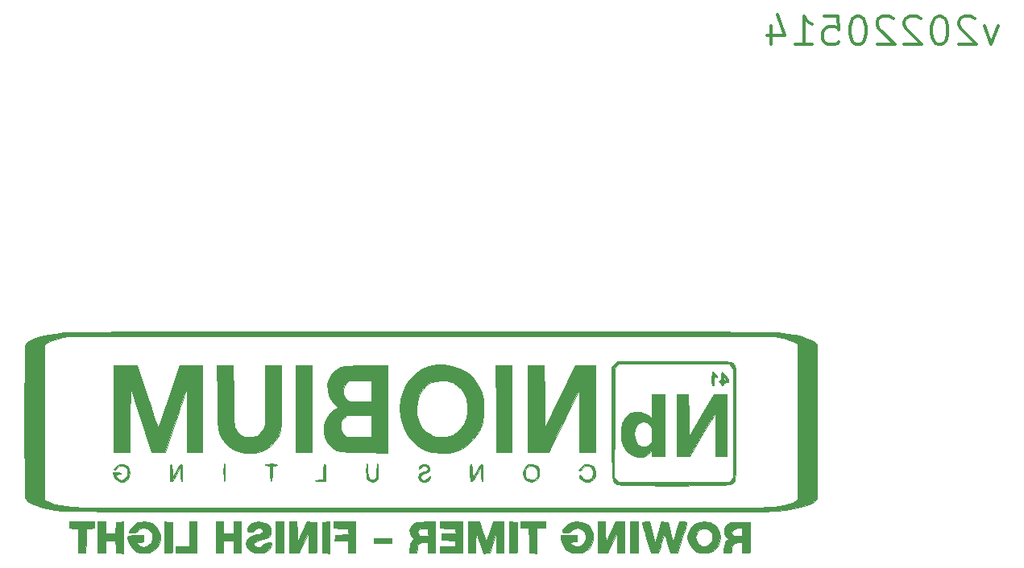
<source format=gbr>
%TF.GenerationSoftware,KiCad,Pcbnew,(6.0.5)*%
%TF.CreationDate,2022-05-14T14:58:19-07:00*%
%TF.ProjectId,li-ion-horn,6c692d69-6f6e-42d6-986f-726e2e6b6963,rev?*%
%TF.SameCoordinates,Original*%
%TF.FileFunction,Legend,Bot*%
%TF.FilePolarity,Positive*%
%FSLAX46Y46*%
G04 Gerber Fmt 4.6, Leading zero omitted, Abs format (unit mm)*
G04 Created by KiCad (PCBNEW (6.0.5)) date 2022-05-14 14:58:19*
%MOMM*%
%LPD*%
G01*
G04 APERTURE LIST*
%ADD10C,0.300000*%
%ADD11C,0.010000*%
G04 APERTURE END LIST*
D10*
X172162857Y-57777142D02*
X171448571Y-59777142D01*
X170734285Y-57777142D01*
X169734285Y-57062857D02*
X169591428Y-56920000D01*
X169305714Y-56777142D01*
X168591428Y-56777142D01*
X168305714Y-56920000D01*
X168162857Y-57062857D01*
X168020000Y-57348571D01*
X168020000Y-57634285D01*
X168162857Y-58062857D01*
X169877142Y-59777142D01*
X168020000Y-59777142D01*
X166162857Y-56777142D02*
X165877142Y-56777142D01*
X165591428Y-56920000D01*
X165448571Y-57062857D01*
X165305714Y-57348571D01*
X165162857Y-57920000D01*
X165162857Y-58634285D01*
X165305714Y-59205714D01*
X165448571Y-59491428D01*
X165591428Y-59634285D01*
X165877142Y-59777142D01*
X166162857Y-59777142D01*
X166448571Y-59634285D01*
X166591428Y-59491428D01*
X166734285Y-59205714D01*
X166877142Y-58634285D01*
X166877142Y-57920000D01*
X166734285Y-57348571D01*
X166591428Y-57062857D01*
X166448571Y-56920000D01*
X166162857Y-56777142D01*
X164020000Y-57062857D02*
X163877142Y-56920000D01*
X163591428Y-56777142D01*
X162877142Y-56777142D01*
X162591428Y-56920000D01*
X162448571Y-57062857D01*
X162305714Y-57348571D01*
X162305714Y-57634285D01*
X162448571Y-58062857D01*
X164162857Y-59777142D01*
X162305714Y-59777142D01*
X161162857Y-57062857D02*
X161020000Y-56920000D01*
X160734285Y-56777142D01*
X160020000Y-56777142D01*
X159734285Y-56920000D01*
X159591428Y-57062857D01*
X159448571Y-57348571D01*
X159448571Y-57634285D01*
X159591428Y-58062857D01*
X161305714Y-59777142D01*
X159448571Y-59777142D01*
X157591428Y-56777142D02*
X157305714Y-56777142D01*
X157020000Y-56920000D01*
X156877142Y-57062857D01*
X156734285Y-57348571D01*
X156591428Y-57920000D01*
X156591428Y-58634285D01*
X156734285Y-59205714D01*
X156877142Y-59491428D01*
X157020000Y-59634285D01*
X157305714Y-59777142D01*
X157591428Y-59777142D01*
X157877142Y-59634285D01*
X158020000Y-59491428D01*
X158162857Y-59205714D01*
X158305714Y-58634285D01*
X158305714Y-57920000D01*
X158162857Y-57348571D01*
X158020000Y-57062857D01*
X157877142Y-56920000D01*
X157591428Y-56777142D01*
X153877142Y-56777142D02*
X155305714Y-56777142D01*
X155448571Y-58205714D01*
X155305714Y-58062857D01*
X155020000Y-57920000D01*
X154305714Y-57920000D01*
X154020000Y-58062857D01*
X153877142Y-58205714D01*
X153734285Y-58491428D01*
X153734285Y-59205714D01*
X153877142Y-59491428D01*
X154020000Y-59634285D01*
X154305714Y-59777142D01*
X155020000Y-59777142D01*
X155305714Y-59634285D01*
X155448571Y-59491428D01*
X150877142Y-59777142D02*
X152591428Y-59777142D01*
X151734285Y-59777142D02*
X151734285Y-56777142D01*
X152020000Y-57205714D01*
X152305714Y-57491428D01*
X152591428Y-57634285D01*
X148305714Y-57777142D02*
X148305714Y-59777142D01*
X149020000Y-56634285D02*
X149734285Y-58777142D01*
X147877142Y-58777142D01*
%TO.C,G\u002A\u002A\u002A*%
G36*
X146120427Y-111987123D02*
G01*
X146121248Y-112435426D01*
X146117398Y-112802453D01*
X146109211Y-113058864D01*
X146097019Y-113175320D01*
X146083732Y-113196195D01*
X145937450Y-113260428D01*
X145671657Y-113284000D01*
X145288000Y-113284000D01*
X145288000Y-112183334D01*
X144825312Y-112183334D01*
X144552150Y-112200282D01*
X144329992Y-112284416D01*
X144218128Y-112463300D01*
X144187333Y-112763509D01*
X144179499Y-112963641D01*
X144120654Y-113165684D01*
X143975999Y-113260438D01*
X143712608Y-113284000D01*
X143340667Y-113284000D01*
X143340667Y-112900281D01*
X143369041Y-112584732D01*
X143453719Y-112261541D01*
X143576680Y-112008846D01*
X143719641Y-111876062D01*
X143781725Y-111838835D01*
X143770960Y-111760364D01*
X143640854Y-111613763D01*
X143557163Y-111519428D01*
X143399843Y-111204596D01*
X144193931Y-111204596D01*
X144288933Y-111404400D01*
X144356908Y-111441399D01*
X144565905Y-111487846D01*
X144839267Y-111506000D01*
X145288000Y-111506000D01*
X145288000Y-110659334D01*
X144925839Y-110659334D01*
X144854300Y-110661692D01*
X144580332Y-110706791D01*
X144375506Y-110791134D01*
X144226836Y-110976326D01*
X144193931Y-111204596D01*
X143399843Y-111204596D01*
X143391349Y-111187597D01*
X143377428Y-110835048D01*
X143511851Y-110495153D01*
X143791070Y-110201281D01*
X143817374Y-110182283D01*
X143938993Y-110112328D01*
X144088934Y-110066466D01*
X144302435Y-110039786D01*
X144614734Y-110027378D01*
X145061070Y-110024334D01*
X146092333Y-110024334D01*
X146102016Y-110659334D01*
X146115528Y-111545487D01*
X146120427Y-111987123D01*
G37*
D11*
X146120427Y-111987123D02*
X146121248Y-112435426D01*
X146117398Y-112802453D01*
X146109211Y-113058864D01*
X146097019Y-113175320D01*
X146083732Y-113196195D01*
X145937450Y-113260428D01*
X145671657Y-113284000D01*
X145288000Y-113284000D01*
X145288000Y-112183334D01*
X144825312Y-112183334D01*
X144552150Y-112200282D01*
X144329992Y-112284416D01*
X144218128Y-112463300D01*
X144187333Y-112763509D01*
X144179499Y-112963641D01*
X144120654Y-113165684D01*
X143975999Y-113260438D01*
X143712608Y-113284000D01*
X143340667Y-113284000D01*
X143340667Y-112900281D01*
X143369041Y-112584732D01*
X143453719Y-112261541D01*
X143576680Y-112008846D01*
X143719641Y-111876062D01*
X143781725Y-111838835D01*
X143770960Y-111760364D01*
X143640854Y-111613763D01*
X143557163Y-111519428D01*
X143399843Y-111204596D01*
X144193931Y-111204596D01*
X144288933Y-111404400D01*
X144356908Y-111441399D01*
X144565905Y-111487846D01*
X144839267Y-111506000D01*
X145288000Y-111506000D01*
X145288000Y-110659334D01*
X144925839Y-110659334D01*
X144854300Y-110661692D01*
X144580332Y-110706791D01*
X144375506Y-110791134D01*
X144226836Y-110976326D01*
X144193931Y-111204596D01*
X143399843Y-111204596D01*
X143391349Y-111187597D01*
X143377428Y-110835048D01*
X143511851Y-110495153D01*
X143791070Y-110201281D01*
X143817374Y-110182283D01*
X143938993Y-110112328D01*
X144088934Y-110066466D01*
X144302435Y-110039786D01*
X144614734Y-110027378D01*
X145061070Y-110024334D01*
X146092333Y-110024334D01*
X146102016Y-110659334D01*
X146115528Y-111545487D01*
X146120427Y-111987123D01*
G36*
X142920403Y-112099799D02*
G01*
X142712008Y-112540001D01*
X142404710Y-112910584D01*
X142028333Y-113163997D01*
X141956553Y-113191371D01*
X141623342Y-113257751D01*
X141223316Y-113276437D01*
X140831135Y-113247150D01*
X140521458Y-113169612D01*
X140425214Y-113123363D01*
X140082711Y-112858233D01*
X139798077Y-112488037D01*
X139603611Y-112062912D01*
X139531611Y-111633000D01*
X139534811Y-111565983D01*
X140366877Y-111565983D01*
X140412966Y-111935724D01*
X140610167Y-112269605D01*
X140692224Y-112351551D01*
X141003660Y-112538296D01*
X141331462Y-112583604D01*
X141643081Y-112501097D01*
X141905966Y-112304398D01*
X142087567Y-112007131D01*
X142155333Y-111622918D01*
X142151292Y-111501521D01*
X142085237Y-111229504D01*
X141908279Y-110978169D01*
X141724774Y-110802306D01*
X141537463Y-110720836D01*
X141266333Y-110701667D01*
X140998673Y-110720132D01*
X140810676Y-110800317D01*
X140624388Y-110978169D01*
X140471461Y-111200068D01*
X140366877Y-111565983D01*
X139534811Y-111565983D01*
X139536931Y-111521584D01*
X139644483Y-111088060D01*
X139865954Y-110672593D01*
X140169045Y-110325323D01*
X140521458Y-110096389D01*
X140538836Y-110089406D01*
X140856889Y-110014424D01*
X141252848Y-109985638D01*
X141646923Y-110004398D01*
X141959322Y-110072053D01*
X142062986Y-110117504D01*
X142423231Y-110377332D01*
X142720784Y-110744985D01*
X142923727Y-111173160D01*
X143000141Y-111614553D01*
X143000115Y-111622918D01*
X143000072Y-111637530D01*
X142920403Y-112099799D01*
G37*
X142920403Y-112099799D02*
X142712008Y-112540001D01*
X142404710Y-112910584D01*
X142028333Y-113163997D01*
X141956553Y-113191371D01*
X141623342Y-113257751D01*
X141223316Y-113276437D01*
X140831135Y-113247150D01*
X140521458Y-113169612D01*
X140425214Y-113123363D01*
X140082711Y-112858233D01*
X139798077Y-112488037D01*
X139603611Y-112062912D01*
X139531611Y-111633000D01*
X139534811Y-111565983D01*
X140366877Y-111565983D01*
X140412966Y-111935724D01*
X140610167Y-112269605D01*
X140692224Y-112351551D01*
X141003660Y-112538296D01*
X141331462Y-112583604D01*
X141643081Y-112501097D01*
X141905966Y-112304398D01*
X142087567Y-112007131D01*
X142155333Y-111622918D01*
X142151292Y-111501521D01*
X142085237Y-111229504D01*
X141908279Y-110978169D01*
X141724774Y-110802306D01*
X141537463Y-110720836D01*
X141266333Y-110701667D01*
X140998673Y-110720132D01*
X140810676Y-110800317D01*
X140624388Y-110978169D01*
X140471461Y-111200068D01*
X140366877Y-111565983D01*
X139534811Y-111565983D01*
X139536931Y-111521584D01*
X139644483Y-111088060D01*
X139865954Y-110672593D01*
X140169045Y-110325323D01*
X140521458Y-110096389D01*
X140538836Y-110089406D01*
X140856889Y-110014424D01*
X141252848Y-109985638D01*
X141646923Y-110004398D01*
X141959322Y-110072053D01*
X142062986Y-110117504D01*
X142423231Y-110377332D01*
X142720784Y-110744985D01*
X142923727Y-111173160D01*
X143000141Y-111614553D01*
X143000115Y-111622918D01*
X143000072Y-111637530D01*
X142920403Y-112099799D01*
G36*
X137097400Y-109998656D02*
G01*
X137443496Y-110024334D01*
X137719506Y-111027703D01*
X137725635Y-111049961D01*
X137833653Y-111434770D01*
X137927032Y-111754227D01*
X137995968Y-111975615D01*
X138030660Y-112066215D01*
X138034048Y-112065903D01*
X138074189Y-111974571D01*
X138145370Y-111753935D01*
X138238623Y-111433226D01*
X138344979Y-111041680D01*
X138624154Y-109982000D01*
X139044952Y-109982000D01*
X139133500Y-109982562D01*
X139340735Y-109996963D01*
X139425771Y-110041461D01*
X139424786Y-110130167D01*
X139391472Y-110245349D01*
X139317157Y-110498190D01*
X139210990Y-110857553D01*
X139081440Y-111294768D01*
X138936978Y-111781167D01*
X138490134Y-113284000D01*
X137695416Y-113284000D01*
X137413301Y-112265474D01*
X137399119Y-112214630D01*
X137288908Y-111843075D01*
X137190530Y-111549959D01*
X137114242Y-111363765D01*
X137070300Y-111312974D01*
X137026672Y-111399533D01*
X136951142Y-111609487D01*
X136866887Y-111887000D01*
X136806697Y-112101014D01*
X136695358Y-112495085D01*
X136597506Y-112839500D01*
X136470651Y-113284000D01*
X135666857Y-113284000D01*
X135214118Y-111738834D01*
X135210029Y-111724877D01*
X135066469Y-111236084D01*
X134937983Y-110800700D01*
X134832670Y-110446008D01*
X134758631Y-110199291D01*
X134723965Y-110087834D01*
X134728596Y-110041782D01*
X134843915Y-109996116D01*
X135108382Y-109982000D01*
X135530214Y-109982000D01*
X135794774Y-110943448D01*
X135893030Y-111308712D01*
X135979358Y-111646728D01*
X136037824Y-111895716D01*
X136059333Y-112018715D01*
X136063685Y-112074880D01*
X136100565Y-112089837D01*
X136166716Y-111971861D01*
X136252018Y-111742007D01*
X136346357Y-111421334D01*
X136418020Y-111155155D01*
X136527091Y-110758516D01*
X136622004Y-110421990D01*
X136751305Y-109972979D01*
X137097400Y-109998656D01*
G37*
X137097400Y-109998656D02*
X137443496Y-110024334D01*
X137719506Y-111027703D01*
X137725635Y-111049961D01*
X137833653Y-111434770D01*
X137927032Y-111754227D01*
X137995968Y-111975615D01*
X138030660Y-112066215D01*
X138034048Y-112065903D01*
X138074189Y-111974571D01*
X138145370Y-111753935D01*
X138238623Y-111433226D01*
X138344979Y-111041680D01*
X138624154Y-109982000D01*
X139044952Y-109982000D01*
X139133500Y-109982562D01*
X139340735Y-109996963D01*
X139425771Y-110041461D01*
X139424786Y-110130167D01*
X139391472Y-110245349D01*
X139317157Y-110498190D01*
X139210990Y-110857553D01*
X139081440Y-111294768D01*
X138936978Y-111781167D01*
X138490134Y-113284000D01*
X137695416Y-113284000D01*
X137413301Y-112265474D01*
X137399119Y-112214630D01*
X137288908Y-111843075D01*
X137190530Y-111549959D01*
X137114242Y-111363765D01*
X137070300Y-111312974D01*
X137026672Y-111399533D01*
X136951142Y-111609487D01*
X136866887Y-111887000D01*
X136806697Y-112101014D01*
X136695358Y-112495085D01*
X136597506Y-112839500D01*
X136470651Y-113284000D01*
X135666857Y-113284000D01*
X135214118Y-111738834D01*
X135210029Y-111724877D01*
X135066469Y-111236084D01*
X134937983Y-110800700D01*
X134832670Y-110446008D01*
X134758631Y-110199291D01*
X134723965Y-110087834D01*
X134728596Y-110041782D01*
X134843915Y-109996116D01*
X135108382Y-109982000D01*
X135530214Y-109982000D01*
X135794774Y-110943448D01*
X135893030Y-111308712D01*
X135979358Y-111646728D01*
X136037824Y-111895716D01*
X136059333Y-112018715D01*
X136063685Y-112074880D01*
X136100565Y-112089837D01*
X136166716Y-111971861D01*
X136252018Y-111742007D01*
X136346357Y-111421334D01*
X136418020Y-111155155D01*
X136527091Y-110758516D01*
X136622004Y-110421990D01*
X136751305Y-109972979D01*
X137097400Y-109998656D01*
G36*
X134366000Y-113284000D02*
G01*
X133519333Y-113284000D01*
X133519333Y-109982000D01*
X134366000Y-109982000D01*
X134366000Y-113284000D01*
G37*
X134366000Y-113284000D02*
X133519333Y-113284000D01*
X133519333Y-109982000D01*
X134366000Y-109982000D01*
X134366000Y-113284000D01*
G36*
X130901646Y-111061500D02*
G01*
X130908626Y-112141000D01*
X131938376Y-109982000D01*
X132926667Y-109982000D01*
X132926667Y-113284000D01*
X132164667Y-113284000D01*
X132157687Y-112204500D01*
X132150708Y-111125000D01*
X131120958Y-113284000D01*
X130132667Y-113284000D01*
X130132667Y-109982000D01*
X130894667Y-109982000D01*
X130901646Y-111061500D01*
G37*
X130901646Y-111061500D02*
X130908626Y-112141000D01*
X131938376Y-109982000D01*
X132926667Y-109982000D01*
X132926667Y-113284000D01*
X132164667Y-113284000D01*
X132157687Y-112204500D01*
X132150708Y-111125000D01*
X131120958Y-113284000D01*
X130132667Y-113284000D01*
X130132667Y-109982000D01*
X130894667Y-109982000D01*
X130901646Y-111061500D01*
G36*
X128206314Y-110004489D02*
G01*
X128726553Y-110140320D01*
X129135814Y-110398118D01*
X129424990Y-110768224D01*
X129584973Y-111240979D01*
X129606654Y-111806725D01*
X129593036Y-111925299D01*
X129444327Y-112414955D01*
X129163192Y-112814534D01*
X128763753Y-113102329D01*
X128399076Y-113231796D01*
X127910247Y-113285484D01*
X127423555Y-113227533D01*
X126985703Y-113064533D01*
X126643396Y-112803078D01*
X126626426Y-112783704D01*
X126432855Y-112471855D01*
X126292269Y-112087743D01*
X126238000Y-111720386D01*
X126238000Y-111421334D01*
X127931333Y-111421334D01*
X127931333Y-112098667D01*
X127550333Y-112098667D01*
X127329297Y-112110200D01*
X127193909Y-112162918D01*
X127216414Y-112266830D01*
X127392418Y-112431188D01*
X127699102Y-112586364D01*
X128037407Y-112605413D01*
X128355698Y-112491270D01*
X128616091Y-112257904D01*
X128780706Y-111919283D01*
X128795196Y-111859787D01*
X128813451Y-111475703D01*
X128710453Y-111143336D01*
X128513315Y-110881431D01*
X128249151Y-110708733D01*
X127945075Y-110643988D01*
X127628200Y-110705940D01*
X127325641Y-110913334D01*
X127194725Y-111031123D01*
X126981453Y-111139526D01*
X126697154Y-111167334D01*
X126682252Y-111167297D01*
X126438334Y-111145005D01*
X126334470Y-111066471D01*
X126362852Y-110909520D01*
X126515671Y-110651977D01*
X126549238Y-110604123D01*
X126898947Y-110263109D01*
X127348788Y-110055239D01*
X127889000Y-109985252D01*
X128206314Y-110004489D01*
G37*
X128206314Y-110004489D02*
X128726553Y-110140320D01*
X129135814Y-110398118D01*
X129424990Y-110768224D01*
X129584973Y-111240979D01*
X129606654Y-111806725D01*
X129593036Y-111925299D01*
X129444327Y-112414955D01*
X129163192Y-112814534D01*
X128763753Y-113102329D01*
X128399076Y-113231796D01*
X127910247Y-113285484D01*
X127423555Y-113227533D01*
X126985703Y-113064533D01*
X126643396Y-112803078D01*
X126626426Y-112783704D01*
X126432855Y-112471855D01*
X126292269Y-112087743D01*
X126238000Y-111720386D01*
X126238000Y-111421334D01*
X127931333Y-111421334D01*
X127931333Y-112098667D01*
X127550333Y-112098667D01*
X127329297Y-112110200D01*
X127193909Y-112162918D01*
X127216414Y-112266830D01*
X127392418Y-112431188D01*
X127699102Y-112586364D01*
X128037407Y-112605413D01*
X128355698Y-112491270D01*
X128616091Y-112257904D01*
X128780706Y-111919283D01*
X128795196Y-111859787D01*
X128813451Y-111475703D01*
X128710453Y-111143336D01*
X128513315Y-110881431D01*
X128249151Y-110708733D01*
X127945075Y-110643988D01*
X127628200Y-110705940D01*
X127325641Y-110913334D01*
X127194725Y-111031123D01*
X126981453Y-111139526D01*
X126697154Y-111167334D01*
X126682252Y-111167297D01*
X126438334Y-111145005D01*
X126334470Y-111066471D01*
X126362852Y-110909520D01*
X126515671Y-110651977D01*
X126549238Y-110604123D01*
X126898947Y-110263109D01*
X127348788Y-110055239D01*
X127889000Y-109985252D01*
X128206314Y-110004489D01*
G36*
X124629333Y-110659334D02*
G01*
X123698000Y-110659334D01*
X123698000Y-113293278D01*
X123295833Y-113267472D01*
X122893667Y-113241667D01*
X122870295Y-111950500D01*
X122846923Y-110659334D01*
X122004667Y-110659334D01*
X122004667Y-109982000D01*
X124629333Y-109982000D01*
X124629333Y-110659334D01*
G37*
X124629333Y-110659334D02*
X123698000Y-110659334D01*
X123698000Y-113293278D01*
X123295833Y-113267472D01*
X122893667Y-113241667D01*
X122870295Y-111950500D01*
X122846923Y-110659334D01*
X122004667Y-110659334D01*
X122004667Y-109982000D01*
X124629333Y-109982000D01*
X124629333Y-110659334D01*
G36*
X121623667Y-110024334D02*
G01*
X121646862Y-111545487D01*
X121651761Y-111987123D01*
X121652582Y-112435426D01*
X121648732Y-112802453D01*
X121640544Y-113058864D01*
X121628352Y-113175320D01*
X121615066Y-113196195D01*
X121468784Y-113260428D01*
X121202991Y-113284000D01*
X120819333Y-113284000D01*
X120819333Y-109972722D01*
X121623667Y-110024334D01*
G37*
X121623667Y-110024334D02*
X121646862Y-111545487D01*
X121651761Y-111987123D01*
X121652582Y-112435426D01*
X121648732Y-112802453D01*
X121640544Y-113058864D01*
X121628352Y-113175320D01*
X121615066Y-113196195D01*
X121468784Y-113260428D01*
X121202991Y-113284000D01*
X120819333Y-113284000D01*
X120819333Y-109972722D01*
X121623667Y-110024334D01*
G36*
X117988795Y-111038723D02*
G01*
X118014436Y-111119702D01*
X118139241Y-111501715D01*
X118246850Y-111811992D01*
X118326505Y-112020462D01*
X118367446Y-112097056D01*
X118371933Y-112094055D01*
X118420752Y-111990074D01*
X118505415Y-111759790D01*
X118615345Y-111433208D01*
X118739964Y-111040334D01*
X119066702Y-109982000D01*
X120226667Y-109982000D01*
X120226667Y-113284000D01*
X119469726Y-113284000D01*
X119446030Y-112204500D01*
X119422333Y-111125000D01*
X119068564Y-112183334D01*
X118714794Y-113241667D01*
X118374933Y-113267464D01*
X118035071Y-113293261D01*
X117719997Y-112293797D01*
X117714199Y-112275430D01*
X117587940Y-111887010D01*
X117474347Y-111557774D01*
X117385662Y-111321983D01*
X117334128Y-111213900D01*
X117329267Y-111210904D01*
X117303485Y-111285691D01*
X117282541Y-111496062D01*
X117268476Y-111813311D01*
X117263333Y-112208734D01*
X117263333Y-113284000D01*
X116501333Y-113284000D01*
X116501333Y-109982000D01*
X117655923Y-109982000D01*
X117988795Y-111038723D01*
G37*
X117988795Y-111038723D02*
X118014436Y-111119702D01*
X118139241Y-111501715D01*
X118246850Y-111811992D01*
X118326505Y-112020462D01*
X118367446Y-112097056D01*
X118371933Y-112094055D01*
X118420752Y-111990074D01*
X118505415Y-111759790D01*
X118615345Y-111433208D01*
X118739964Y-111040334D01*
X119066702Y-109982000D01*
X120226667Y-109982000D01*
X120226667Y-113284000D01*
X119469726Y-113284000D01*
X119446030Y-112204500D01*
X119422333Y-111125000D01*
X119068564Y-112183334D01*
X118714794Y-113241667D01*
X118374933Y-113267464D01*
X118035071Y-113293261D01*
X117719997Y-112293797D01*
X117714199Y-112275430D01*
X117587940Y-111887010D01*
X117474347Y-111557774D01*
X117385662Y-111321983D01*
X117334128Y-111213900D01*
X117329267Y-111210904D01*
X117303485Y-111285691D01*
X117282541Y-111496062D01*
X117268476Y-111813311D01*
X117263333Y-112208734D01*
X117263333Y-113284000D01*
X116501333Y-113284000D01*
X116501333Y-109982000D01*
X117655923Y-109982000D01*
X117988795Y-111038723D01*
G36*
X115908667Y-113284000D02*
G01*
X113538000Y-113284000D01*
X113538000Y-112613021D01*
X114321167Y-112588677D01*
X115104333Y-112564334D01*
X115104333Y-111971667D01*
X113707333Y-111922485D01*
X113707333Y-111252000D01*
X115157396Y-111252000D01*
X115130865Y-110976834D01*
X115104333Y-110701667D01*
X114321167Y-110677323D01*
X113538000Y-110652979D01*
X113538000Y-109982000D01*
X115908667Y-109982000D01*
X115908667Y-113284000D01*
G37*
X115908667Y-113284000D02*
X113538000Y-113284000D01*
X113538000Y-112613021D01*
X114321167Y-112588677D01*
X115104333Y-112564334D01*
X115104333Y-111971667D01*
X113707333Y-111922485D01*
X113707333Y-111252000D01*
X115157396Y-111252000D01*
X115130865Y-110976834D01*
X115104333Y-110701667D01*
X114321167Y-110677323D01*
X113538000Y-110652979D01*
X113538000Y-109982000D01*
X115908667Y-109982000D01*
X115908667Y-113284000D01*
G36*
X112268000Y-113284000D02*
G01*
X112268000Y-112183334D01*
X111812700Y-112183334D01*
X111660438Y-112188415D01*
X111406168Y-112225941D01*
X111267810Y-112291283D01*
X111232111Y-112358699D01*
X111169376Y-112568780D01*
X111119536Y-112841617D01*
X111060852Y-113284000D01*
X110246646Y-113284000D01*
X110288230Y-112966500D01*
X110338769Y-112602858D01*
X110389184Y-112328970D01*
X110446197Y-112151426D01*
X110522327Y-112032424D01*
X110630093Y-111934161D01*
X110742372Y-111839091D01*
X110785103Y-111760208D01*
X110708480Y-111708566D01*
X110638676Y-111666876D01*
X110484964Y-111480239D01*
X110367481Y-111220883D01*
X110339725Y-111063638D01*
X111167333Y-111063638D01*
X111193242Y-111248658D01*
X111268933Y-111404400D01*
X111338917Y-111442007D01*
X111549276Y-111488031D01*
X111823906Y-111506000D01*
X112277278Y-111506000D01*
X112251472Y-111103834D01*
X112237094Y-110919265D01*
X112198741Y-110765957D01*
X112106710Y-110700877D01*
X111924552Y-110676366D01*
X111786676Y-110669849D01*
X111452080Y-110714064D01*
X111240891Y-110847752D01*
X111167333Y-111063638D01*
X110339725Y-111063638D01*
X110320667Y-110955667D01*
X110370404Y-110669530D01*
X110559537Y-110347737D01*
X110858899Y-110120417D01*
X110984424Y-110072269D01*
X111239691Y-110019638D01*
X111597278Y-109990789D01*
X112090296Y-109982000D01*
X113030000Y-109982000D01*
X113030000Y-113284000D01*
X112268000Y-113284000D01*
G37*
X112268000Y-113284000D02*
X112268000Y-112183334D01*
X111812700Y-112183334D01*
X111660438Y-112188415D01*
X111406168Y-112225941D01*
X111267810Y-112291283D01*
X111232111Y-112358699D01*
X111169376Y-112568780D01*
X111119536Y-112841617D01*
X111060852Y-113284000D01*
X110246646Y-113284000D01*
X110288230Y-112966500D01*
X110338769Y-112602858D01*
X110389184Y-112328970D01*
X110446197Y-112151426D01*
X110522327Y-112032424D01*
X110630093Y-111934161D01*
X110742372Y-111839091D01*
X110785103Y-111760208D01*
X110708480Y-111708566D01*
X110638676Y-111666876D01*
X110484964Y-111480239D01*
X110367481Y-111220883D01*
X110339725Y-111063638D01*
X111167333Y-111063638D01*
X111193242Y-111248658D01*
X111268933Y-111404400D01*
X111338917Y-111442007D01*
X111549276Y-111488031D01*
X111823906Y-111506000D01*
X112277278Y-111506000D01*
X112251472Y-111103834D01*
X112237094Y-110919265D01*
X112198741Y-110765957D01*
X112106710Y-110700877D01*
X111924552Y-110676366D01*
X111786676Y-110669849D01*
X111452080Y-110714064D01*
X111240891Y-110847752D01*
X111167333Y-111063638D01*
X110339725Y-111063638D01*
X110320667Y-110955667D01*
X110370404Y-110669530D01*
X110559537Y-110347737D01*
X110858899Y-110120417D01*
X110984424Y-110072269D01*
X111239691Y-110019638D01*
X111597278Y-109990789D01*
X112090296Y-109982000D01*
X113030000Y-109982000D01*
X113030000Y-113284000D01*
X112268000Y-113284000D01*
G36*
X104648000Y-113284000D02*
G01*
X103886000Y-113284000D01*
X103886000Y-112014000D01*
X102436445Y-112014000D01*
X102462723Y-111696500D01*
X102489000Y-111379000D01*
X103895804Y-111329660D01*
X103869736Y-111015664D01*
X103843667Y-110701667D01*
X103102833Y-110677204D01*
X102362000Y-110652741D01*
X102362000Y-109982000D01*
X104648000Y-109982000D01*
X104648000Y-113284000D01*
G37*
X104648000Y-113284000D02*
X103886000Y-113284000D01*
X103886000Y-112014000D01*
X102436445Y-112014000D01*
X102462723Y-111696500D01*
X102489000Y-111379000D01*
X103895804Y-111329660D01*
X103869736Y-111015664D01*
X103843667Y-110701667D01*
X103102833Y-110677204D01*
X102362000Y-110652741D01*
X102362000Y-109982000D01*
X104648000Y-109982000D01*
X104648000Y-113284000D01*
G36*
X101938667Y-113293278D02*
G01*
X101536500Y-113267472D01*
X101134333Y-113241667D01*
X101134333Y-110024334D01*
X101938667Y-109972722D01*
X101938667Y-113293278D01*
G37*
X101938667Y-113293278D02*
X101536500Y-113267472D01*
X101134333Y-113241667D01*
X101134333Y-110024334D01*
X101938667Y-109972722D01*
X101938667Y-113293278D01*
G36*
X100032309Y-109999641D02*
G01*
X100541667Y-110024334D01*
X100564862Y-111545487D01*
X100569761Y-111987123D01*
X100570582Y-112435426D01*
X100566732Y-112802453D01*
X100558544Y-113058864D01*
X100546352Y-113175320D01*
X100533066Y-113196195D01*
X100386784Y-113260428D01*
X100120991Y-113284000D01*
X99737333Y-113284000D01*
X99728177Y-111125000D01*
X98696079Y-113284000D01*
X97705333Y-113284000D01*
X97705333Y-109982000D01*
X98467333Y-109982000D01*
X98475330Y-111061500D01*
X98483326Y-112141000D01*
X99522952Y-109974948D01*
X100032309Y-109999641D01*
G37*
X100032309Y-109999641D02*
X100541667Y-110024334D01*
X100564862Y-111545487D01*
X100569761Y-111987123D01*
X100570582Y-112435426D01*
X100566732Y-112802453D01*
X100558544Y-113058864D01*
X100546352Y-113175320D01*
X100533066Y-113196195D01*
X100386784Y-113260428D01*
X100120991Y-113284000D01*
X99737333Y-113284000D01*
X99728177Y-111125000D01*
X98696079Y-113284000D01*
X97705333Y-113284000D01*
X97705333Y-109982000D01*
X98467333Y-109982000D01*
X98475330Y-111061500D01*
X98483326Y-112141000D01*
X99522952Y-109974948D01*
X100032309Y-109999641D01*
G36*
X97112667Y-113284000D02*
G01*
X96266000Y-113284000D01*
X96266000Y-109982000D01*
X97112667Y-109982000D01*
X97112667Y-113284000D01*
G37*
X97112667Y-113284000D02*
X96266000Y-113284000D01*
X96266000Y-109982000D01*
X97112667Y-109982000D01*
X97112667Y-113284000D01*
G36*
X94679127Y-109991375D02*
G01*
X95127131Y-110092135D01*
X95466946Y-110294770D01*
X95682570Y-110587121D01*
X95758000Y-110957028D01*
X95739932Y-111156720D01*
X95606241Y-111460996D01*
X95333526Y-111687643D01*
X94911333Y-111847658D01*
X94597379Y-111932595D01*
X94236753Y-112047568D01*
X94018280Y-112152243D01*
X93927042Y-112258564D01*
X93948117Y-112378475D01*
X94066587Y-112523921D01*
X94112121Y-112565524D01*
X94366997Y-112682335D01*
X94640859Y-112638840D01*
X94911333Y-112437334D01*
X95005700Y-112344101D01*
X95218201Y-112216598D01*
X95495636Y-112183334D01*
X95622159Y-112187052D01*
X95792722Y-112225308D01*
X95842667Y-112314538D01*
X95837739Y-112376151D01*
X95739937Y-112643220D01*
X95549452Y-112912186D01*
X95309390Y-113118095D01*
X95219558Y-113164983D01*
X94853515Y-113265838D01*
X94424136Y-113288916D01*
X93997682Y-113234775D01*
X93640414Y-113103977D01*
X93403784Y-112935146D01*
X93198741Y-112639908D01*
X93133333Y-112258450D01*
X93146592Y-112074517D01*
X93238625Y-111820814D01*
X93436428Y-111625129D01*
X93761164Y-111469745D01*
X94234000Y-111336940D01*
X94510915Y-111265521D01*
X94752687Y-111169677D01*
X94876501Y-111055964D01*
X94911333Y-110905945D01*
X94906713Y-110853256D01*
X94809966Y-110693016D01*
X94625598Y-110613009D01*
X94403753Y-110615131D01*
X94194572Y-110701275D01*
X94048197Y-110873336D01*
X93968316Y-110999032D01*
X93831004Y-111066233D01*
X93585410Y-111082667D01*
X93360831Y-111065948D01*
X93233345Y-110991163D01*
X93233249Y-110833072D01*
X93349111Y-110566718D01*
X93361870Y-110542811D01*
X93623261Y-110236531D01*
X93999058Y-110047268D01*
X94475205Y-109982317D01*
X94679127Y-109991375D01*
G37*
X94679127Y-109991375D02*
X95127131Y-110092135D01*
X95466946Y-110294770D01*
X95682570Y-110587121D01*
X95758000Y-110957028D01*
X95739932Y-111156720D01*
X95606241Y-111460996D01*
X95333526Y-111687643D01*
X94911333Y-111847658D01*
X94597379Y-111932595D01*
X94236753Y-112047568D01*
X94018280Y-112152243D01*
X93927042Y-112258564D01*
X93948117Y-112378475D01*
X94066587Y-112523921D01*
X94112121Y-112565524D01*
X94366997Y-112682335D01*
X94640859Y-112638840D01*
X94911333Y-112437334D01*
X95005700Y-112344101D01*
X95218201Y-112216598D01*
X95495636Y-112183334D01*
X95622159Y-112187052D01*
X95792722Y-112225308D01*
X95842667Y-112314538D01*
X95837739Y-112376151D01*
X95739937Y-112643220D01*
X95549452Y-112912186D01*
X95309390Y-113118095D01*
X95219558Y-113164983D01*
X94853515Y-113265838D01*
X94424136Y-113288916D01*
X93997682Y-113234775D01*
X93640414Y-113103977D01*
X93403784Y-112935146D01*
X93198741Y-112639908D01*
X93133333Y-112258450D01*
X93146592Y-112074517D01*
X93238625Y-111820814D01*
X93436428Y-111625129D01*
X93761164Y-111469745D01*
X94234000Y-111336940D01*
X94510915Y-111265521D01*
X94752687Y-111169677D01*
X94876501Y-111055964D01*
X94911333Y-110905945D01*
X94906713Y-110853256D01*
X94809966Y-110693016D01*
X94625598Y-110613009D01*
X94403753Y-110615131D01*
X94194572Y-110701275D01*
X94048197Y-110873336D01*
X93968316Y-110999032D01*
X93831004Y-111066233D01*
X93585410Y-111082667D01*
X93360831Y-111065948D01*
X93233345Y-110991163D01*
X93233249Y-110833072D01*
X93349111Y-110566718D01*
X93361870Y-110542811D01*
X93623261Y-110236531D01*
X93999058Y-110047268D01*
X94475205Y-109982317D01*
X94679127Y-109991375D01*
G36*
X90762667Y-111252000D02*
G01*
X91863333Y-111252000D01*
X91863333Y-109982000D01*
X92625333Y-109982000D01*
X92625333Y-113284000D01*
X91863333Y-113284000D01*
X91863333Y-112014000D01*
X90762667Y-112014000D01*
X90762667Y-113284000D01*
X90000667Y-113284000D01*
X90000667Y-109982000D01*
X90762667Y-109982000D01*
X90762667Y-111252000D01*
G37*
X90762667Y-111252000D02*
X91863333Y-111252000D01*
X91863333Y-109982000D01*
X92625333Y-109982000D01*
X92625333Y-113284000D01*
X91863333Y-113284000D01*
X91863333Y-112014000D01*
X90762667Y-112014000D01*
X90762667Y-113284000D01*
X90000667Y-113284000D01*
X90000667Y-109982000D01*
X90762667Y-109982000D01*
X90762667Y-111252000D01*
G36*
X87968667Y-113284000D02*
G01*
X85767333Y-113284000D01*
X85767333Y-112613515D01*
X86465833Y-112588924D01*
X87164333Y-112564334D01*
X87211077Y-109982000D01*
X87968667Y-109982000D01*
X87968667Y-113284000D01*
G37*
X87968667Y-113284000D02*
X85767333Y-113284000D01*
X85767333Y-112613515D01*
X86465833Y-112588924D01*
X87164333Y-112564334D01*
X87211077Y-109982000D01*
X87968667Y-109982000D01*
X87968667Y-113284000D01*
G36*
X84984167Y-109998528D02*
G01*
X85386333Y-110024334D01*
X85409528Y-111545487D01*
X85414427Y-111987123D01*
X85415248Y-112435426D01*
X85411398Y-112802453D01*
X85403211Y-113058864D01*
X85391019Y-113175320D01*
X85377732Y-113196195D01*
X85231450Y-113260428D01*
X84965657Y-113284000D01*
X84582000Y-113284000D01*
X84582000Y-109972722D01*
X84984167Y-109998528D01*
G37*
X84984167Y-109998528D02*
X85386333Y-110024334D01*
X85409528Y-111545487D01*
X85414427Y-111987123D01*
X85415248Y-112435426D01*
X85411398Y-112802453D01*
X85403211Y-113058864D01*
X85391019Y-113175320D01*
X85377732Y-113196195D01*
X85231450Y-113260428D01*
X84965657Y-113284000D01*
X84582000Y-113284000D01*
X84582000Y-109972722D01*
X84984167Y-109998528D01*
G36*
X82858312Y-110018206D02*
G01*
X83167876Y-110096389D01*
X83392780Y-110219243D01*
X83730588Y-110536151D01*
X83978190Y-110946265D01*
X84112931Y-111406899D01*
X84112153Y-111875369D01*
X84054835Y-112119692D01*
X83844437Y-112579541D01*
X83531794Y-112947651D01*
X83142667Y-113189112D01*
X83047193Y-113219078D01*
X82721282Y-113266419D01*
X82334906Y-113273295D01*
X81962407Y-113240696D01*
X81678125Y-113169612D01*
X81589742Y-113127741D01*
X81241935Y-112862613D01*
X80955240Y-112489439D01*
X80760312Y-112056438D01*
X80687806Y-111611834D01*
X80688148Y-111580944D01*
X80703773Y-111504963D01*
X80765319Y-111457957D01*
X80903637Y-111432980D01*
X81149580Y-111423088D01*
X81534000Y-111421334D01*
X82380667Y-111421334D01*
X82380667Y-112089389D01*
X81978500Y-112115195D01*
X81576333Y-112141000D01*
X81805318Y-112373834D01*
X82031620Y-112541561D01*
X82360422Y-112622308D01*
X82700733Y-112547627D01*
X83024133Y-112318800D01*
X83183149Y-112140706D01*
X83285871Y-111934931D01*
X83312000Y-111675697D01*
X83311973Y-111666003D01*
X83243782Y-111239603D01*
X83050677Y-110923461D01*
X82741723Y-110726923D01*
X82325985Y-110659334D01*
X82274862Y-110660534D01*
X82019574Y-110724829D01*
X81788000Y-110913334D01*
X81633878Y-111056166D01*
X81438625Y-111145224D01*
X81161364Y-111167334D01*
X80924019Y-111162918D01*
X80803137Y-111128783D01*
X80801068Y-111033497D01*
X80891441Y-110845629D01*
X80900317Y-110829010D01*
X81125202Y-110522125D01*
X81424219Y-110249094D01*
X81730012Y-110072053D01*
X81747650Y-110065663D01*
X82068408Y-110001493D01*
X82465226Y-109986124D01*
X82858312Y-110018206D01*
G37*
X82858312Y-110018206D02*
X83167876Y-110096389D01*
X83392780Y-110219243D01*
X83730588Y-110536151D01*
X83978190Y-110946265D01*
X84112931Y-111406899D01*
X84112153Y-111875369D01*
X84054835Y-112119692D01*
X83844437Y-112579541D01*
X83531794Y-112947651D01*
X83142667Y-113189112D01*
X83047193Y-113219078D01*
X82721282Y-113266419D01*
X82334906Y-113273295D01*
X81962407Y-113240696D01*
X81678125Y-113169612D01*
X81589742Y-113127741D01*
X81241935Y-112862613D01*
X80955240Y-112489439D01*
X80760312Y-112056438D01*
X80687806Y-111611834D01*
X80688148Y-111580944D01*
X80703773Y-111504963D01*
X80765319Y-111457957D01*
X80903637Y-111432980D01*
X81149580Y-111423088D01*
X81534000Y-111421334D01*
X82380667Y-111421334D01*
X82380667Y-112089389D01*
X81978500Y-112115195D01*
X81576333Y-112141000D01*
X81805318Y-112373834D01*
X82031620Y-112541561D01*
X82360422Y-112622308D01*
X82700733Y-112547627D01*
X83024133Y-112318800D01*
X83183149Y-112140706D01*
X83285871Y-111934931D01*
X83312000Y-111675697D01*
X83311973Y-111666003D01*
X83243782Y-111239603D01*
X83050677Y-110923461D01*
X82741723Y-110726923D01*
X82325985Y-110659334D01*
X82274862Y-110660534D01*
X82019574Y-110724829D01*
X81788000Y-110913334D01*
X81633878Y-111056166D01*
X81438625Y-111145224D01*
X81161364Y-111167334D01*
X80924019Y-111162918D01*
X80803137Y-111128783D01*
X80801068Y-111033497D01*
X80891441Y-110845629D01*
X80900317Y-110829010D01*
X81125202Y-110522125D01*
X81424219Y-110249094D01*
X81730012Y-110072053D01*
X81747650Y-110065663D01*
X82068408Y-110001493D01*
X82465226Y-109986124D01*
X82858312Y-110018206D01*
G36*
X80264000Y-113293278D02*
G01*
X79861833Y-113267472D01*
X79459667Y-113241667D01*
X79434791Y-112627834D01*
X79409915Y-112014000D01*
X78401333Y-112014000D01*
X78401333Y-113284000D01*
X77554667Y-113284000D01*
X77554667Y-109982000D01*
X78401333Y-109982000D01*
X78401333Y-111252000D01*
X79409915Y-111252000D01*
X79459667Y-110024334D01*
X79861833Y-109998528D01*
X80264000Y-109972722D01*
X80264000Y-113293278D01*
G37*
X80264000Y-113293278D02*
X79861833Y-113267472D01*
X79459667Y-113241667D01*
X79434791Y-112627834D01*
X79409915Y-112014000D01*
X78401333Y-112014000D01*
X78401333Y-113284000D01*
X77554667Y-113284000D01*
X77554667Y-109982000D01*
X78401333Y-109982000D01*
X78401333Y-111252000D01*
X79409915Y-111252000D01*
X79459667Y-110024334D01*
X79861833Y-109998528D01*
X80264000Y-109972722D01*
X80264000Y-113293278D01*
G36*
X77216000Y-110650484D02*
G01*
X76771500Y-110676076D01*
X76327000Y-110701667D01*
X76303628Y-111992834D01*
X76280256Y-113284000D01*
X75527077Y-113284000D01*
X75503705Y-111992834D01*
X75480333Y-110701667D01*
X75035833Y-110676076D01*
X74591333Y-110650484D01*
X74591333Y-109982000D01*
X77216000Y-109982000D01*
X77216000Y-110650484D01*
G37*
X77216000Y-110650484D02*
X76771500Y-110676076D01*
X76327000Y-110701667D01*
X76303628Y-111992834D01*
X76280256Y-113284000D01*
X75527077Y-113284000D01*
X75503705Y-111992834D01*
X75480333Y-110701667D01*
X75035833Y-110676076D01*
X74591333Y-110650484D01*
X74591333Y-109982000D01*
X77216000Y-109982000D01*
X77216000Y-110650484D01*
G36*
X108458000Y-112268000D02*
G01*
X106595333Y-112268000D01*
X106595333Y-111760000D01*
X108458000Y-111760000D01*
X108458000Y-112268000D01*
G37*
X108458000Y-112268000D02*
X106595333Y-112268000D01*
X106595333Y-111760000D01*
X108458000Y-111760000D01*
X108458000Y-112268000D01*
G36*
X153162000Y-107549006D02*
G01*
X152862475Y-107831494D01*
X152855042Y-107838426D01*
X152526317Y-108059888D01*
X152043026Y-108266726D01*
X151419158Y-108455305D01*
X150668704Y-108621992D01*
X149805654Y-108763153D01*
X148844000Y-108875156D01*
X148826458Y-108876324D01*
X148652244Y-108880906D01*
X148315648Y-108885350D01*
X147822233Y-108889647D01*
X147177557Y-108893788D01*
X146387182Y-108897766D01*
X145456667Y-108901572D01*
X144391574Y-108905197D01*
X143197464Y-108908635D01*
X141879896Y-108911875D01*
X140444431Y-108914911D01*
X138896630Y-108917734D01*
X137242053Y-108920335D01*
X135486262Y-108922706D01*
X133634815Y-108924840D01*
X131693275Y-108926727D01*
X129667201Y-108928359D01*
X127562154Y-108929729D01*
X125383694Y-108930828D01*
X123137383Y-108931648D01*
X120828780Y-108932180D01*
X118463447Y-108932416D01*
X116046943Y-108932348D01*
X113584829Y-108931968D01*
X111082667Y-108931267D01*
X110991991Y-108931236D01*
X108005101Y-108930185D01*
X105182634Y-108929127D01*
X102519818Y-108928041D01*
X100011884Y-108926906D01*
X97654061Y-108925704D01*
X95441578Y-108924412D01*
X93369665Y-108923012D01*
X91433552Y-108921482D01*
X89628469Y-108919803D01*
X87949644Y-108917955D01*
X86392308Y-108915916D01*
X84951690Y-108913667D01*
X83623020Y-108911187D01*
X82401527Y-108908456D01*
X81282441Y-108905454D01*
X80260992Y-108902160D01*
X79332409Y-108898555D01*
X78491921Y-108894618D01*
X77734759Y-108890328D01*
X77056151Y-108885666D01*
X76451328Y-108880611D01*
X75915519Y-108875142D01*
X75443954Y-108869241D01*
X75031862Y-108862885D01*
X74674473Y-108856055D01*
X74367017Y-108848731D01*
X74104722Y-108840893D01*
X73882820Y-108832519D01*
X73696538Y-108823591D01*
X73541107Y-108814087D01*
X73411757Y-108803987D01*
X73303717Y-108793271D01*
X73212216Y-108781919D01*
X73132485Y-108769911D01*
X72592375Y-108674651D01*
X71755060Y-108492358D01*
X71068482Y-108293210D01*
X70537213Y-108078877D01*
X70165825Y-107851028D01*
X69958892Y-107611334D01*
X69952416Y-107588399D01*
X69934578Y-107413319D01*
X69918288Y-107088379D01*
X69903553Y-106628074D01*
X69890383Y-106046896D01*
X69878787Y-105359339D01*
X69868773Y-104579897D01*
X69860349Y-103723063D01*
X69853526Y-102803332D01*
X69848311Y-101835195D01*
X69844713Y-100833148D01*
X69842740Y-99811683D01*
X69842403Y-98785294D01*
X69843708Y-97768475D01*
X69846666Y-96775719D01*
X69849018Y-96289819D01*
X71895431Y-96289819D01*
X71896318Y-97341605D01*
X71898187Y-98451316D01*
X71901070Y-99606966D01*
X71924333Y-107646931D01*
X72202651Y-107834485D01*
X72264517Y-107872105D01*
X72587491Y-108009906D01*
X73041012Y-108143851D01*
X73594714Y-108266935D01*
X74218234Y-108372153D01*
X74881205Y-108452497D01*
X74990044Y-108457675D01*
X75272355Y-108463834D01*
X75711701Y-108469729D01*
X76301282Y-108475360D01*
X77034302Y-108480728D01*
X77903963Y-108485831D01*
X78903466Y-108490671D01*
X80026014Y-108495248D01*
X81264809Y-108499561D01*
X82613053Y-108503611D01*
X84063948Y-108507398D01*
X85610697Y-108510922D01*
X87246501Y-108514183D01*
X88964562Y-108517181D01*
X90758083Y-108519916D01*
X92620265Y-108522389D01*
X94544312Y-108524600D01*
X96523424Y-108526548D01*
X98550805Y-108528235D01*
X100619656Y-108529659D01*
X102723179Y-108530821D01*
X104854576Y-108531722D01*
X107007051Y-108532361D01*
X109173803Y-108532739D01*
X111348037Y-108532855D01*
X113522953Y-108532709D01*
X115691755Y-108532303D01*
X117847644Y-108531636D01*
X119983822Y-108530708D01*
X122093491Y-108529518D01*
X124169854Y-108528069D01*
X126206113Y-108526359D01*
X128195469Y-108524388D01*
X130131125Y-108522157D01*
X132006283Y-108519666D01*
X133814145Y-108516915D01*
X135547914Y-108513904D01*
X137200790Y-108510633D01*
X138765978Y-108507103D01*
X140236678Y-108503313D01*
X141606092Y-108499263D01*
X142867423Y-108494955D01*
X144013874Y-108490387D01*
X145038645Y-108485560D01*
X145934939Y-108480474D01*
X146695959Y-108475130D01*
X147314906Y-108469526D01*
X147784983Y-108463664D01*
X148099391Y-108457544D01*
X148251333Y-108451165D01*
X148587600Y-108412922D01*
X149142928Y-108325893D01*
X149680262Y-108215601D01*
X150161892Y-108091124D01*
X150550110Y-107961539D01*
X150807208Y-107835923D01*
X151087667Y-107646922D01*
X151087667Y-91238384D01*
X150700578Y-91039181D01*
X150589984Y-90988769D01*
X150273748Y-90873661D01*
X149881333Y-90755483D01*
X149472911Y-90653156D01*
X148632333Y-90466334D01*
X74379667Y-90466334D01*
X73551326Y-90650656D01*
X73370845Y-90692330D01*
X72780204Y-90856223D01*
X72336963Y-91028361D01*
X72048431Y-91205453D01*
X71921915Y-91384209D01*
X71920052Y-91399312D01*
X71914174Y-91556155D01*
X71909036Y-91866821D01*
X71904667Y-92319324D01*
X71901098Y-92901674D01*
X71898359Y-93601887D01*
X71896482Y-94407973D01*
X71895495Y-95307946D01*
X71895431Y-96289819D01*
X69849018Y-96289819D01*
X69851285Y-95821520D01*
X69857573Y-94920372D01*
X69865539Y-94086767D01*
X69875193Y-93335199D01*
X69886542Y-92680163D01*
X69899596Y-92136151D01*
X69914362Y-91717657D01*
X69930851Y-91439175D01*
X69949071Y-91315198D01*
X69968404Y-91278529D01*
X70172652Y-91071215D01*
X70526545Y-90866773D01*
X71013389Y-90670397D01*
X71616485Y-90487275D01*
X72319139Y-90322599D01*
X73104654Y-90181560D01*
X73956333Y-90069349D01*
X73957847Y-90069186D01*
X74134444Y-90059520D01*
X74473466Y-90050251D01*
X74968144Y-90041378D01*
X75611706Y-90032901D01*
X76397381Y-90024821D01*
X77318400Y-90017137D01*
X78367992Y-90009849D01*
X79539386Y-90002956D01*
X80825811Y-89996460D01*
X82220498Y-89990360D01*
X83716674Y-89984655D01*
X85307571Y-89979347D01*
X86986417Y-89974433D01*
X88746441Y-89969916D01*
X90580874Y-89965794D01*
X92482944Y-89962067D01*
X94445880Y-89958736D01*
X96462913Y-89955800D01*
X98527272Y-89953260D01*
X100632186Y-89951114D01*
X102770885Y-89949364D01*
X104936598Y-89948008D01*
X107122553Y-89947048D01*
X109321982Y-89946482D01*
X111528113Y-89946311D01*
X113734176Y-89946535D01*
X115933400Y-89947154D01*
X118119014Y-89948167D01*
X120284248Y-89949575D01*
X122422332Y-89951377D01*
X124526494Y-89953574D01*
X126589965Y-89956164D01*
X128605973Y-89959149D01*
X130567748Y-89962529D01*
X132468519Y-89966302D01*
X134301516Y-89970469D01*
X136059969Y-89975030D01*
X137737106Y-89979986D01*
X139326158Y-89985335D01*
X140820352Y-89991077D01*
X142212920Y-89997213D01*
X143497090Y-90003743D01*
X144666092Y-90010667D01*
X145713156Y-90017984D01*
X146631509Y-90025694D01*
X147414383Y-90033797D01*
X148055006Y-90042294D01*
X148546608Y-90051184D01*
X148882419Y-90060467D01*
X149055667Y-90070143D01*
X149071769Y-90071921D01*
X149988857Y-90192642D01*
X150816986Y-90340142D01*
X151540098Y-90510092D01*
X152142133Y-90698164D01*
X152607031Y-90900030D01*
X152918733Y-91111360D01*
X153054713Y-91238384D01*
X153162000Y-91338605D01*
X153162000Y-107549006D01*
G37*
X153162000Y-107549006D02*
X152862475Y-107831494D01*
X152855042Y-107838426D01*
X152526317Y-108059888D01*
X152043026Y-108266726D01*
X151419158Y-108455305D01*
X150668704Y-108621992D01*
X149805654Y-108763153D01*
X148844000Y-108875156D01*
X148826458Y-108876324D01*
X148652244Y-108880906D01*
X148315648Y-108885350D01*
X147822233Y-108889647D01*
X147177557Y-108893788D01*
X146387182Y-108897766D01*
X145456667Y-108901572D01*
X144391574Y-108905197D01*
X143197464Y-108908635D01*
X141879896Y-108911875D01*
X140444431Y-108914911D01*
X138896630Y-108917734D01*
X137242053Y-108920335D01*
X135486262Y-108922706D01*
X133634815Y-108924840D01*
X131693275Y-108926727D01*
X129667201Y-108928359D01*
X127562154Y-108929729D01*
X125383694Y-108930828D01*
X123137383Y-108931648D01*
X120828780Y-108932180D01*
X118463447Y-108932416D01*
X116046943Y-108932348D01*
X113584829Y-108931968D01*
X111082667Y-108931267D01*
X110991991Y-108931236D01*
X108005101Y-108930185D01*
X105182634Y-108929127D01*
X102519818Y-108928041D01*
X100011884Y-108926906D01*
X97654061Y-108925704D01*
X95441578Y-108924412D01*
X93369665Y-108923012D01*
X91433552Y-108921482D01*
X89628469Y-108919803D01*
X87949644Y-108917955D01*
X86392308Y-108915916D01*
X84951690Y-108913667D01*
X83623020Y-108911187D01*
X82401527Y-108908456D01*
X81282441Y-108905454D01*
X80260992Y-108902160D01*
X79332409Y-108898555D01*
X78491921Y-108894618D01*
X77734759Y-108890328D01*
X77056151Y-108885666D01*
X76451328Y-108880611D01*
X75915519Y-108875142D01*
X75443954Y-108869241D01*
X75031862Y-108862885D01*
X74674473Y-108856055D01*
X74367017Y-108848731D01*
X74104722Y-108840893D01*
X73882820Y-108832519D01*
X73696538Y-108823591D01*
X73541107Y-108814087D01*
X73411757Y-108803987D01*
X73303717Y-108793271D01*
X73212216Y-108781919D01*
X73132485Y-108769911D01*
X72592375Y-108674651D01*
X71755060Y-108492358D01*
X71068482Y-108293210D01*
X70537213Y-108078877D01*
X70165825Y-107851028D01*
X69958892Y-107611334D01*
X69952416Y-107588399D01*
X69934578Y-107413319D01*
X69918288Y-107088379D01*
X69903553Y-106628074D01*
X69890383Y-106046896D01*
X69878787Y-105359339D01*
X69868773Y-104579897D01*
X69860349Y-103723063D01*
X69853526Y-102803332D01*
X69848311Y-101835195D01*
X69844713Y-100833148D01*
X69842740Y-99811683D01*
X69842403Y-98785294D01*
X69843708Y-97768475D01*
X69846666Y-96775719D01*
X69849018Y-96289819D01*
X71895431Y-96289819D01*
X71896318Y-97341605D01*
X71898187Y-98451316D01*
X71901070Y-99606966D01*
X71924333Y-107646931D01*
X72202651Y-107834485D01*
X72264517Y-107872105D01*
X72587491Y-108009906D01*
X73041012Y-108143851D01*
X73594714Y-108266935D01*
X74218234Y-108372153D01*
X74881205Y-108452497D01*
X74990044Y-108457675D01*
X75272355Y-108463834D01*
X75711701Y-108469729D01*
X76301282Y-108475360D01*
X77034302Y-108480728D01*
X77903963Y-108485831D01*
X78903466Y-108490671D01*
X80026014Y-108495248D01*
X81264809Y-108499561D01*
X82613053Y-108503611D01*
X84063948Y-108507398D01*
X85610697Y-108510922D01*
X87246501Y-108514183D01*
X88964562Y-108517181D01*
X90758083Y-108519916D01*
X92620265Y-108522389D01*
X94544312Y-108524600D01*
X96523424Y-108526548D01*
X98550805Y-108528235D01*
X100619656Y-108529659D01*
X102723179Y-108530821D01*
X104854576Y-108531722D01*
X107007051Y-108532361D01*
X109173803Y-108532739D01*
X111348037Y-108532855D01*
X113522953Y-108532709D01*
X115691755Y-108532303D01*
X117847644Y-108531636D01*
X119983822Y-108530708D01*
X122093491Y-108529518D01*
X124169854Y-108528069D01*
X126206113Y-108526359D01*
X128195469Y-108524388D01*
X130131125Y-108522157D01*
X132006283Y-108519666D01*
X133814145Y-108516915D01*
X135547914Y-108513904D01*
X137200790Y-108510633D01*
X138765978Y-108507103D01*
X140236678Y-108503313D01*
X141606092Y-108499263D01*
X142867423Y-108494955D01*
X144013874Y-108490387D01*
X145038645Y-108485560D01*
X145934939Y-108480474D01*
X146695959Y-108475130D01*
X147314906Y-108469526D01*
X147784983Y-108463664D01*
X148099391Y-108457544D01*
X148251333Y-108451165D01*
X148587600Y-108412922D01*
X149142928Y-108325893D01*
X149680262Y-108215601D01*
X150161892Y-108091124D01*
X150550110Y-107961539D01*
X150807208Y-107835923D01*
X151087667Y-107646922D01*
X151087667Y-91238384D01*
X150700578Y-91039181D01*
X150589984Y-90988769D01*
X150273748Y-90873661D01*
X149881333Y-90755483D01*
X149472911Y-90653156D01*
X148632333Y-90466334D01*
X74379667Y-90466334D01*
X73551326Y-90650656D01*
X73370845Y-90692330D01*
X72780204Y-90856223D01*
X72336963Y-91028361D01*
X72048431Y-91205453D01*
X71921915Y-91384209D01*
X71920052Y-91399312D01*
X71914174Y-91556155D01*
X71909036Y-91866821D01*
X71904667Y-92319324D01*
X71901098Y-92901674D01*
X71898359Y-93601887D01*
X71896482Y-94407973D01*
X71895495Y-95307946D01*
X71895431Y-96289819D01*
X69849018Y-96289819D01*
X69851285Y-95821520D01*
X69857573Y-94920372D01*
X69865539Y-94086767D01*
X69875193Y-93335199D01*
X69886542Y-92680163D01*
X69899596Y-92136151D01*
X69914362Y-91717657D01*
X69930851Y-91439175D01*
X69949071Y-91315198D01*
X69968404Y-91278529D01*
X70172652Y-91071215D01*
X70526545Y-90866773D01*
X71013389Y-90670397D01*
X71616485Y-90487275D01*
X72319139Y-90322599D01*
X73104654Y-90181560D01*
X73956333Y-90069349D01*
X73957847Y-90069186D01*
X74134444Y-90059520D01*
X74473466Y-90050251D01*
X74968144Y-90041378D01*
X75611706Y-90032901D01*
X76397381Y-90024821D01*
X77318400Y-90017137D01*
X78367992Y-90009849D01*
X79539386Y-90002956D01*
X80825811Y-89996460D01*
X82220498Y-89990360D01*
X83716674Y-89984655D01*
X85307571Y-89979347D01*
X86986417Y-89974433D01*
X88746441Y-89969916D01*
X90580874Y-89965794D01*
X92482944Y-89962067D01*
X94445880Y-89958736D01*
X96462913Y-89955800D01*
X98527272Y-89953260D01*
X100632186Y-89951114D01*
X102770885Y-89949364D01*
X104936598Y-89948008D01*
X107122553Y-89947048D01*
X109321982Y-89946482D01*
X111528113Y-89946311D01*
X113734176Y-89946535D01*
X115933400Y-89947154D01*
X118119014Y-89948167D01*
X120284248Y-89949575D01*
X122422332Y-89951377D01*
X124526494Y-89953574D01*
X126589965Y-89956164D01*
X128605973Y-89959149D01*
X130567748Y-89962529D01*
X132468519Y-89966302D01*
X134301516Y-89970469D01*
X136059969Y-89975030D01*
X137737106Y-89979986D01*
X139326158Y-89985335D01*
X140820352Y-89991077D01*
X142212920Y-89997213D01*
X143497090Y-90003743D01*
X144666092Y-90010667D01*
X145713156Y-90017984D01*
X146631509Y-90025694D01*
X147414383Y-90033797D01*
X148055006Y-90042294D01*
X148546608Y-90051184D01*
X148882419Y-90060467D01*
X149055667Y-90070143D01*
X149071769Y-90071921D01*
X149988857Y-90192642D01*
X150816986Y-90340142D01*
X151540098Y-90510092D01*
X152142133Y-90698164D01*
X152607031Y-90900030D01*
X152918733Y-91111360D01*
X153054713Y-91238384D01*
X153162000Y-91338605D01*
X153162000Y-107549006D01*
G36*
X144572305Y-94203755D02*
G01*
X144583669Y-94500315D01*
X144592576Y-94880847D01*
X144599315Y-95357545D01*
X144604177Y-95942604D01*
X144607452Y-96648218D01*
X144609432Y-97486581D01*
X144610407Y-98469888D01*
X144610667Y-99610333D01*
X144610714Y-100151912D01*
X144610810Y-101248485D01*
X144610070Y-102192933D01*
X144607483Y-102997152D01*
X144602039Y-103673041D01*
X144592728Y-104232496D01*
X144578540Y-104687416D01*
X144558464Y-105049697D01*
X144531490Y-105331236D01*
X144496608Y-105543932D01*
X144452808Y-105699682D01*
X144399080Y-105810383D01*
X144334413Y-105887932D01*
X144257798Y-105944227D01*
X144168224Y-105991165D01*
X144064680Y-106040643D01*
X144011591Y-106055520D01*
X143789267Y-106082084D01*
X143423921Y-106105652D01*
X142932890Y-106126219D01*
X142333513Y-106143781D01*
X141643128Y-106158333D01*
X140879074Y-106169872D01*
X140058689Y-106178392D01*
X139199312Y-106183889D01*
X138318280Y-106186360D01*
X137432932Y-106185800D01*
X136560606Y-106182203D01*
X135718642Y-106175567D01*
X134924376Y-106165887D01*
X134195147Y-106153158D01*
X133548295Y-106137376D01*
X133001156Y-106118537D01*
X132571070Y-106096636D01*
X132275375Y-106071669D01*
X132131409Y-106043632D01*
X132073921Y-106017089D01*
X131975773Y-105971563D01*
X131891305Y-105922506D01*
X131819491Y-105858074D01*
X131759307Y-105766425D01*
X131709730Y-105635715D01*
X131669735Y-105454102D01*
X131650973Y-105308257D01*
X131822563Y-105308257D01*
X132043475Y-105570795D01*
X132264386Y-105833334D01*
X143918281Y-105833334D01*
X144137474Y-105572837D01*
X144356667Y-105312341D01*
X144356667Y-93908326D01*
X143918281Y-93387334D01*
X138098566Y-93387333D01*
X132278851Y-93387333D01*
X132073592Y-93605787D01*
X131868333Y-93824240D01*
X131845448Y-99566248D01*
X131822563Y-105308257D01*
X131650973Y-105308257D01*
X131638299Y-105209742D01*
X131614396Y-104890794D01*
X131597003Y-104485413D01*
X131585096Y-103981758D01*
X131577651Y-103367986D01*
X131573642Y-102632252D01*
X131572047Y-101762715D01*
X131571841Y-100747532D01*
X131572000Y-99574860D01*
X131572000Y-93723513D01*
X131861799Y-93407257D01*
X132151597Y-93091000D01*
X137962547Y-93068115D01*
X138282045Y-93066846D01*
X139412491Y-93062415D01*
X140388629Y-93059386D01*
X141222392Y-93058645D01*
X141925716Y-93061074D01*
X142510532Y-93067558D01*
X142988775Y-93078982D01*
X143372379Y-93096229D01*
X143673276Y-93120183D01*
X143903402Y-93151729D01*
X144074689Y-93191750D01*
X144199070Y-93241130D01*
X144288481Y-93300755D01*
X144354853Y-93371507D01*
X144410122Y-93454271D01*
X144466220Y-93549932D01*
X144468434Y-93553725D01*
X144496450Y-93613343D01*
X144520554Y-93695961D01*
X144541038Y-93813773D01*
X144550856Y-93908326D01*
X144558191Y-93978973D01*
X144572305Y-94203755D01*
G37*
X144572305Y-94203755D02*
X144583669Y-94500315D01*
X144592576Y-94880847D01*
X144599315Y-95357545D01*
X144604177Y-95942604D01*
X144607452Y-96648218D01*
X144609432Y-97486581D01*
X144610407Y-98469888D01*
X144610667Y-99610333D01*
X144610714Y-100151912D01*
X144610810Y-101248485D01*
X144610070Y-102192933D01*
X144607483Y-102997152D01*
X144602039Y-103673041D01*
X144592728Y-104232496D01*
X144578540Y-104687416D01*
X144558464Y-105049697D01*
X144531490Y-105331236D01*
X144496608Y-105543932D01*
X144452808Y-105699682D01*
X144399080Y-105810383D01*
X144334413Y-105887932D01*
X144257798Y-105944227D01*
X144168224Y-105991165D01*
X144064680Y-106040643D01*
X144011591Y-106055520D01*
X143789267Y-106082084D01*
X143423921Y-106105652D01*
X142932890Y-106126219D01*
X142333513Y-106143781D01*
X141643128Y-106158333D01*
X140879074Y-106169872D01*
X140058689Y-106178392D01*
X139199312Y-106183889D01*
X138318280Y-106186360D01*
X137432932Y-106185800D01*
X136560606Y-106182203D01*
X135718642Y-106175567D01*
X134924376Y-106165887D01*
X134195147Y-106153158D01*
X133548295Y-106137376D01*
X133001156Y-106118537D01*
X132571070Y-106096636D01*
X132275375Y-106071669D01*
X132131409Y-106043632D01*
X132073921Y-106017089D01*
X131975773Y-105971563D01*
X131891305Y-105922506D01*
X131819491Y-105858074D01*
X131759307Y-105766425D01*
X131709730Y-105635715D01*
X131669735Y-105454102D01*
X131650973Y-105308257D01*
X131822563Y-105308257D01*
X132043475Y-105570795D01*
X132264386Y-105833334D01*
X143918281Y-105833334D01*
X144137474Y-105572837D01*
X144356667Y-105312341D01*
X144356667Y-93908326D01*
X143918281Y-93387334D01*
X138098566Y-93387333D01*
X132278851Y-93387333D01*
X132073592Y-93605787D01*
X131868333Y-93824240D01*
X131845448Y-99566248D01*
X131822563Y-105308257D01*
X131650973Y-105308257D01*
X131638299Y-105209742D01*
X131614396Y-104890794D01*
X131597003Y-104485413D01*
X131585096Y-103981758D01*
X131577651Y-103367986D01*
X131573642Y-102632252D01*
X131572047Y-101762715D01*
X131571841Y-100747532D01*
X131572000Y-99574860D01*
X131572000Y-93723513D01*
X131861799Y-93407257D01*
X132151597Y-93091000D01*
X137962547Y-93068115D01*
X138282045Y-93066846D01*
X139412491Y-93062415D01*
X140388629Y-93059386D01*
X141222392Y-93058645D01*
X141925716Y-93061074D01*
X142510532Y-93067558D01*
X142988775Y-93078982D01*
X143372379Y-93096229D01*
X143673276Y-93120183D01*
X143903402Y-93151729D01*
X144074689Y-93191750D01*
X144199070Y-93241130D01*
X144288481Y-93300755D01*
X144354853Y-93371507D01*
X144410122Y-93454271D01*
X144466220Y-93549932D01*
X144468434Y-93553725D01*
X144496450Y-93613343D01*
X144520554Y-93695961D01*
X144541038Y-93813773D01*
X144550856Y-93908326D01*
X144558191Y-93978973D01*
X144572305Y-94203755D01*
G36*
X129040936Y-103910327D02*
G01*
X129373559Y-104001719D01*
X129633044Y-104209311D01*
X129789431Y-104543581D01*
X129828868Y-104732222D01*
X129811006Y-105129275D01*
X129640534Y-105456267D01*
X129320317Y-105706097D01*
X129138357Y-105775249D01*
X128799576Y-105768739D01*
X128448063Y-105594060D01*
X128437484Y-105586264D01*
X128274867Y-105426792D01*
X128173966Y-105258564D01*
X128153053Y-105125453D01*
X128230395Y-105071334D01*
X128286285Y-105080437D01*
X128354667Y-105156000D01*
X128376554Y-105242758D01*
X128516617Y-105404247D01*
X128737878Y-105529188D01*
X128983522Y-105579334D01*
X129060609Y-105575200D01*
X129331251Y-105477865D01*
X129516302Y-105279459D01*
X129613425Y-105017670D01*
X129620281Y-104730189D01*
X129534532Y-104454705D01*
X129353841Y-104228908D01*
X129075870Y-104090487D01*
X128988533Y-104079436D01*
X128733462Y-104135302D01*
X128506079Y-104284606D01*
X128376944Y-104487290D01*
X128357392Y-104536639D01*
X128259401Y-104630737D01*
X128151509Y-104642271D01*
X128100667Y-104554867D01*
X128118414Y-104505571D01*
X128226218Y-104353542D01*
X128399364Y-104163036D01*
X128477485Y-104086520D01*
X128654074Y-103945255D01*
X128818142Y-103895879D01*
X129040936Y-103910327D01*
G37*
X129040936Y-103910327D02*
X129373559Y-104001719D01*
X129633044Y-104209311D01*
X129789431Y-104543581D01*
X129828868Y-104732222D01*
X129811006Y-105129275D01*
X129640534Y-105456267D01*
X129320317Y-105706097D01*
X129138357Y-105775249D01*
X128799576Y-105768739D01*
X128448063Y-105594060D01*
X128437484Y-105586264D01*
X128274867Y-105426792D01*
X128173966Y-105258564D01*
X128153053Y-105125453D01*
X128230395Y-105071334D01*
X128286285Y-105080437D01*
X128354667Y-105156000D01*
X128376554Y-105242758D01*
X128516617Y-105404247D01*
X128737878Y-105529188D01*
X128983522Y-105579334D01*
X129060609Y-105575200D01*
X129331251Y-105477865D01*
X129516302Y-105279459D01*
X129613425Y-105017670D01*
X129620281Y-104730189D01*
X129534532Y-104454705D01*
X129353841Y-104228908D01*
X129075870Y-104090487D01*
X128988533Y-104079436D01*
X128733462Y-104135302D01*
X128506079Y-104284606D01*
X128376944Y-104487290D01*
X128357392Y-104536639D01*
X128259401Y-104630737D01*
X128151509Y-104642271D01*
X128100667Y-104554867D01*
X128118414Y-104505571D01*
X128226218Y-104353542D01*
X128399364Y-104163036D01*
X128477485Y-104086520D01*
X128654074Y-103945255D01*
X128818142Y-103895879D01*
X129040936Y-103910327D01*
G36*
X123693538Y-105547970D02*
G01*
X123411140Y-105753558D01*
X123096735Y-105805877D01*
X122785115Y-105720095D01*
X122517104Y-105521741D01*
X122329391Y-105238100D01*
X122258667Y-104896460D01*
X122259255Y-104877747D01*
X122445123Y-104877747D01*
X122505036Y-105183160D01*
X122688805Y-105431167D01*
X122784548Y-105496094D01*
X123077724Y-105580232D01*
X123371466Y-105532023D01*
X123607188Y-105356249D01*
X123706315Y-105193004D01*
X123775588Y-104896358D01*
X123737448Y-104602930D01*
X123611074Y-104345865D01*
X123415643Y-104158307D01*
X123170336Y-104073402D01*
X122894330Y-104124293D01*
X122665934Y-104291386D01*
X122501333Y-104564100D01*
X122445123Y-104877747D01*
X122259255Y-104877747D01*
X122261710Y-104799648D01*
X122350784Y-104402822D01*
X122545769Y-104109464D01*
X122823082Y-103935943D01*
X123159141Y-103898625D01*
X123530361Y-104013877D01*
X123576360Y-104038778D01*
X123799699Y-104220969D01*
X123917587Y-104474539D01*
X123952000Y-104842683D01*
X123951996Y-104845853D01*
X123942876Y-104896358D01*
X123882482Y-105230819D01*
X123693538Y-105547970D01*
G37*
X123693538Y-105547970D02*
X123411140Y-105753558D01*
X123096735Y-105805877D01*
X122785115Y-105720095D01*
X122517104Y-105521741D01*
X122329391Y-105238100D01*
X122258667Y-104896460D01*
X122259255Y-104877747D01*
X122445123Y-104877747D01*
X122505036Y-105183160D01*
X122688805Y-105431167D01*
X122784548Y-105496094D01*
X123077724Y-105580232D01*
X123371466Y-105532023D01*
X123607188Y-105356249D01*
X123706315Y-105193004D01*
X123775588Y-104896358D01*
X123737448Y-104602930D01*
X123611074Y-104345865D01*
X123415643Y-104158307D01*
X123170336Y-104073402D01*
X122894330Y-104124293D01*
X122665934Y-104291386D01*
X122501333Y-104564100D01*
X122445123Y-104877747D01*
X122259255Y-104877747D01*
X122261710Y-104799648D01*
X122350784Y-104402822D01*
X122545769Y-104109464D01*
X122823082Y-103935943D01*
X123159141Y-103898625D01*
X123530361Y-104013877D01*
X123576360Y-104038778D01*
X123799699Y-104220969D01*
X123917587Y-104474539D01*
X123952000Y-104842683D01*
X123951996Y-104845853D01*
X123942876Y-104896358D01*
X123882482Y-105230819D01*
X123693538Y-105547970D01*
G36*
X112002310Y-103918213D02*
G01*
X112238140Y-104036176D01*
X112390241Y-104251810D01*
X112427440Y-104405850D01*
X112388090Y-104609857D01*
X112210510Y-104770754D01*
X111879164Y-104908505D01*
X111762878Y-104948945D01*
X111529058Y-105070350D01*
X111442015Y-105204839D01*
X111439749Y-105316906D01*
X111523854Y-105514551D01*
X111697812Y-105614201D01*
X111918661Y-105600375D01*
X112143439Y-105457592D01*
X112171360Y-105430291D01*
X112331830Y-105295524D01*
X112438454Y-105240667D01*
X112463532Y-105245666D01*
X112484903Y-105325958D01*
X112425815Y-105466007D01*
X112313327Y-105616033D01*
X112174499Y-105726252D01*
X111955189Y-105814512D01*
X111754101Y-105810227D01*
X111501796Y-105704159D01*
X111421378Y-105658474D01*
X111286340Y-105515598D01*
X111252000Y-105291193D01*
X111262956Y-105130459D01*
X111336226Y-104959425D01*
X111508589Y-104840624D01*
X111814795Y-104740026D01*
X112006772Y-104667001D01*
X112192995Y-104516954D01*
X112249654Y-104347897D01*
X112170098Y-104192661D01*
X111947676Y-104084080D01*
X111858392Y-104068671D01*
X111700773Y-104108317D01*
X111537428Y-104272002D01*
X111426727Y-104390600D01*
X111305899Y-104452416D01*
X111262448Y-104380737D01*
X111320034Y-104185027D01*
X111320814Y-104183325D01*
X111490809Y-103988490D01*
X111735587Y-103901219D01*
X112002310Y-103918213D01*
G37*
X112002310Y-103918213D02*
X112238140Y-104036176D01*
X112390241Y-104251810D01*
X112427440Y-104405850D01*
X112388090Y-104609857D01*
X112210510Y-104770754D01*
X111879164Y-104908505D01*
X111762878Y-104948945D01*
X111529058Y-105070350D01*
X111442015Y-105204839D01*
X111439749Y-105316906D01*
X111523854Y-105514551D01*
X111697812Y-105614201D01*
X111918661Y-105600375D01*
X112143439Y-105457592D01*
X112171360Y-105430291D01*
X112331830Y-105295524D01*
X112438454Y-105240667D01*
X112463532Y-105245666D01*
X112484903Y-105325958D01*
X112425815Y-105466007D01*
X112313327Y-105616033D01*
X112174499Y-105726252D01*
X111955189Y-105814512D01*
X111754101Y-105810227D01*
X111501796Y-105704159D01*
X111421378Y-105658474D01*
X111286340Y-105515598D01*
X111252000Y-105291193D01*
X111262956Y-105130459D01*
X111336226Y-104959425D01*
X111508589Y-104840624D01*
X111814795Y-104740026D01*
X112006772Y-104667001D01*
X112192995Y-104516954D01*
X112249654Y-104347897D01*
X112170098Y-104192661D01*
X111947676Y-104084080D01*
X111858392Y-104068671D01*
X111700773Y-104108317D01*
X111537428Y-104272002D01*
X111426727Y-104390600D01*
X111305899Y-104452416D01*
X111262448Y-104380737D01*
X111320034Y-104185027D01*
X111320814Y-104183325D01*
X111490809Y-103988490D01*
X111735587Y-103901219D01*
X112002310Y-103918213D01*
G36*
X106937109Y-103886349D02*
G01*
X106977721Y-103972725D01*
X107004133Y-104180884D01*
X107016495Y-104466729D01*
X107014959Y-104786161D01*
X106999675Y-105095083D01*
X106970793Y-105349398D01*
X106928465Y-105505009D01*
X106841818Y-105616821D01*
X106653299Y-105749899D01*
X106458398Y-105794613D01*
X106149730Y-105745274D01*
X105896833Y-105566344D01*
X105836036Y-105472755D01*
X105783412Y-105299574D01*
X105756332Y-105034318D01*
X105748667Y-104638620D01*
X105749520Y-104520037D01*
X105763624Y-104186608D01*
X105792620Y-103965856D01*
X105833333Y-103886000D01*
X105839338Y-103887392D01*
X105880196Y-103985802D01*
X105907838Y-104215893D01*
X105918000Y-104544495D01*
X105920344Y-104714605D01*
X105958094Y-105121025D01*
X106049105Y-105388130D01*
X106202604Y-105534655D01*
X106427822Y-105579334D01*
X106560707Y-105565292D01*
X106702161Y-105483014D01*
X106790670Y-105305696D01*
X106836354Y-105009078D01*
X106849333Y-104568900D01*
X106849650Y-104504150D01*
X106862736Y-104181903D01*
X106892165Y-103965268D01*
X106934000Y-103886000D01*
X106937109Y-103886349D01*
G37*
X106937109Y-103886349D02*
X106977721Y-103972725D01*
X107004133Y-104180884D01*
X107016495Y-104466729D01*
X107014959Y-104786161D01*
X106999675Y-105095083D01*
X106970793Y-105349398D01*
X106928465Y-105505009D01*
X106841818Y-105616821D01*
X106653299Y-105749899D01*
X106458398Y-105794613D01*
X106149730Y-105745274D01*
X105896833Y-105566344D01*
X105836036Y-105472755D01*
X105783412Y-105299574D01*
X105756332Y-105034318D01*
X105748667Y-104638620D01*
X105749520Y-104520037D01*
X105763624Y-104186608D01*
X105792620Y-103965856D01*
X105833333Y-103886000D01*
X105839338Y-103887392D01*
X105880196Y-103985802D01*
X105907838Y-104215893D01*
X105918000Y-104544495D01*
X105920344Y-104714605D01*
X105958094Y-105121025D01*
X106049105Y-105388130D01*
X106202604Y-105534655D01*
X106427822Y-105579334D01*
X106560707Y-105565292D01*
X106702161Y-105483014D01*
X106790670Y-105305696D01*
X106836354Y-105009078D01*
X106849333Y-104568900D01*
X106849650Y-104504150D01*
X106862736Y-104181903D01*
X106892165Y-103965268D01*
X106934000Y-103886000D01*
X106937109Y-103886349D01*
G36*
X80118268Y-103912295D02*
G01*
X80449089Y-104006629D01*
X80702553Y-104220893D01*
X80857846Y-104567712D01*
X80896153Y-104823405D01*
X80843029Y-105196823D01*
X80668977Y-105508636D01*
X80391000Y-105716986D01*
X80271963Y-105759466D01*
X79918254Y-105781090D01*
X79594452Y-105663139D01*
X79340699Y-105426610D01*
X79197134Y-105092500D01*
X79142167Y-104817334D01*
X79576083Y-104817334D01*
X79738318Y-104823508D01*
X79933746Y-104854208D01*
X80010000Y-104902000D01*
X80007441Y-104913112D01*
X79909534Y-104965401D01*
X79713667Y-104986667D01*
X79593453Y-104994731D01*
X79437738Y-105066947D01*
X79434721Y-105207887D01*
X79586667Y-105410000D01*
X79689536Y-105494945D01*
X79956092Y-105591448D01*
X80223894Y-105552961D01*
X80458197Y-105398259D01*
X80624259Y-105146112D01*
X80687333Y-104815295D01*
X80622893Y-104474566D01*
X80429308Y-104222530D01*
X80119226Y-104088017D01*
X79943186Y-104072414D01*
X79777587Y-104131384D01*
X79583546Y-104299429D01*
X79443957Y-104435997D01*
X79317361Y-104540041D01*
X79260907Y-104538845D01*
X79248000Y-104443860D01*
X79254733Y-104411756D01*
X79349010Y-104265997D01*
X79519030Y-104096329D01*
X79662925Y-103986997D01*
X79865699Y-103905498D01*
X80118268Y-103912295D01*
G37*
X80118268Y-103912295D02*
X80449089Y-104006629D01*
X80702553Y-104220893D01*
X80857846Y-104567712D01*
X80896153Y-104823405D01*
X80843029Y-105196823D01*
X80668977Y-105508636D01*
X80391000Y-105716986D01*
X80271963Y-105759466D01*
X79918254Y-105781090D01*
X79594452Y-105663139D01*
X79340699Y-105426610D01*
X79197134Y-105092500D01*
X79142167Y-104817334D01*
X79576083Y-104817334D01*
X79738318Y-104823508D01*
X79933746Y-104854208D01*
X80010000Y-104902000D01*
X80007441Y-104913112D01*
X79909534Y-104965401D01*
X79713667Y-104986667D01*
X79593453Y-104994731D01*
X79437738Y-105066947D01*
X79434721Y-105207887D01*
X79586667Y-105410000D01*
X79689536Y-105494945D01*
X79956092Y-105591448D01*
X80223894Y-105552961D01*
X80458197Y-105398259D01*
X80624259Y-105146112D01*
X80687333Y-104815295D01*
X80622893Y-104474566D01*
X80429308Y-104222530D01*
X80119226Y-104088017D01*
X79943186Y-104072414D01*
X79777587Y-104131384D01*
X79583546Y-104299429D01*
X79443957Y-104435997D01*
X79317361Y-104540041D01*
X79260907Y-104538845D01*
X79248000Y-104443860D01*
X79254733Y-104411756D01*
X79349010Y-104265997D01*
X79519030Y-104096329D01*
X79662925Y-103986997D01*
X79865699Y-103905498D01*
X80118268Y-103912295D01*
G36*
X116836062Y-103997834D02*
G01*
X116888062Y-104250668D01*
X116924667Y-104654704D01*
X116967000Y-105367667D01*
X117373601Y-104626834D01*
X117470994Y-104451832D01*
X117675473Y-104113424D01*
X117823885Y-103931463D01*
X117924653Y-103908411D01*
X117986202Y-104046731D01*
X118016955Y-104348885D01*
X118025333Y-104817334D01*
X118021539Y-105109009D01*
X118001874Y-105465100D01*
X117970376Y-105675890D01*
X117932643Y-105736726D01*
X117894272Y-105642957D01*
X117860862Y-105389931D01*
X117838011Y-104972996D01*
X117813667Y-104197325D01*
X117390333Y-104972207D01*
X117353073Y-105039878D01*
X117118885Y-105433607D01*
X116941075Y-105669241D01*
X116818833Y-105747878D01*
X116810442Y-105747776D01*
X116748085Y-105727459D01*
X116707443Y-105652118D01*
X116684002Y-105493186D01*
X116673248Y-105222095D01*
X116670667Y-104810278D01*
X116670833Y-104714461D01*
X116677533Y-104316121D01*
X116695776Y-104062405D01*
X116727964Y-103932805D01*
X116776500Y-103906815D01*
X116836062Y-103997834D01*
G37*
X116836062Y-103997834D02*
X116888062Y-104250668D01*
X116924667Y-104654704D01*
X116967000Y-105367667D01*
X117373601Y-104626834D01*
X117470994Y-104451832D01*
X117675473Y-104113424D01*
X117823885Y-103931463D01*
X117924653Y-103908411D01*
X117986202Y-104046731D01*
X118016955Y-104348885D01*
X118025333Y-104817334D01*
X118021539Y-105109009D01*
X118001874Y-105465100D01*
X117970376Y-105675890D01*
X117932643Y-105736726D01*
X117894272Y-105642957D01*
X117860862Y-105389931D01*
X117838011Y-104972996D01*
X117813667Y-104197325D01*
X117390333Y-104972207D01*
X117353073Y-105039878D01*
X117118885Y-105433607D01*
X116941075Y-105669241D01*
X116818833Y-105747878D01*
X116810442Y-105747776D01*
X116748085Y-105727459D01*
X116707443Y-105652118D01*
X116684002Y-105493186D01*
X116673248Y-105222095D01*
X116670667Y-104810278D01*
X116670833Y-104714461D01*
X116677533Y-104316121D01*
X116695776Y-104062405D01*
X116727964Y-103932805D01*
X116776500Y-103906815D01*
X116836062Y-103997834D01*
G36*
X101396761Y-103933731D02*
G01*
X101443999Y-104088527D01*
X101476873Y-104388436D01*
X101497031Y-104845388D01*
X101521062Y-105748667D01*
X100967865Y-105748667D01*
X100698729Y-105738460D01*
X100492464Y-105708187D01*
X100414667Y-105664000D01*
X100443235Y-105633502D01*
X100596513Y-105594563D01*
X100838000Y-105579334D01*
X101261333Y-105579334D01*
X101261333Y-104725611D01*
X101266422Y-104327741D01*
X101283955Y-104066712D01*
X101316635Y-103933432D01*
X101367167Y-103906999D01*
X101396761Y-103933731D01*
G37*
X101396761Y-103933731D02*
X101443999Y-104088527D01*
X101476873Y-104388436D01*
X101497031Y-104845388D01*
X101521062Y-105748667D01*
X100967865Y-105748667D01*
X100698729Y-105738460D01*
X100492464Y-105708187D01*
X100414667Y-105664000D01*
X100443235Y-105633502D01*
X100596513Y-105594563D01*
X100838000Y-105579334D01*
X101261333Y-105579334D01*
X101261333Y-104725611D01*
X101266422Y-104327741D01*
X101283955Y-104066712D01*
X101316635Y-103933432D01*
X101367167Y-103906999D01*
X101396761Y-103933731D01*
G36*
X95863519Y-103887465D02*
G01*
X96141378Y-103907968D01*
X96329853Y-103945610D01*
X96409224Y-103991356D01*
X96359771Y-104036170D01*
X96161774Y-104071016D01*
X95885000Y-104097667D01*
X95860768Y-104923167D01*
X95851073Y-105150043D01*
X95826190Y-105458412D01*
X95793659Y-105670053D01*
X95758000Y-105748667D01*
X95735480Y-105716768D01*
X95701258Y-105550362D01*
X95673003Y-105273729D01*
X95655233Y-104923167D01*
X95631000Y-104097667D01*
X95354226Y-104071016D01*
X95272870Y-104061409D01*
X95124980Y-104022358D01*
X95119267Y-103976255D01*
X95236013Y-103932137D01*
X95455497Y-103899040D01*
X95758000Y-103886000D01*
X95863519Y-103887465D01*
G37*
X95863519Y-103887465D02*
X96141378Y-103907968D01*
X96329853Y-103945610D01*
X96409224Y-103991356D01*
X96359771Y-104036170D01*
X96161774Y-104071016D01*
X95885000Y-104097667D01*
X95860768Y-104923167D01*
X95851073Y-105150043D01*
X95826190Y-105458412D01*
X95793659Y-105670053D01*
X95758000Y-105748667D01*
X95735480Y-105716768D01*
X95701258Y-105550362D01*
X95673003Y-105273729D01*
X95655233Y-104923167D01*
X95631000Y-104097667D01*
X95354226Y-104071016D01*
X95272870Y-104061409D01*
X95124980Y-104022358D01*
X95119267Y-103976255D01*
X95236013Y-103932137D01*
X95455497Y-103899040D01*
X95758000Y-103886000D01*
X95863519Y-103887465D01*
G36*
X90871662Y-103916422D02*
G01*
X90903872Y-104089593D01*
X90924640Y-104397110D01*
X90932000Y-104817334D01*
X90929235Y-105084945D01*
X90913492Y-105439255D01*
X90885536Y-105667708D01*
X90847333Y-105748667D01*
X90823005Y-105718245D01*
X90790795Y-105545074D01*
X90770027Y-105237557D01*
X90762667Y-104817334D01*
X90765432Y-104549722D01*
X90781175Y-104195412D01*
X90809131Y-103966959D01*
X90847333Y-103886000D01*
X90871662Y-103916422D01*
G37*
X90871662Y-103916422D02*
X90903872Y-104089593D01*
X90924640Y-104397110D01*
X90932000Y-104817334D01*
X90929235Y-105084945D01*
X90913492Y-105439255D01*
X90885536Y-105667708D01*
X90847333Y-105748667D01*
X90823005Y-105718245D01*
X90790795Y-105545074D01*
X90770027Y-105237557D01*
X90762667Y-104817334D01*
X90765432Y-104549722D01*
X90781175Y-104195412D01*
X90809131Y-103966959D01*
X90847333Y-103886000D01*
X90871662Y-103916422D01*
G36*
X85266253Y-103913263D02*
G01*
X85311359Y-104016152D01*
X85342276Y-104254437D01*
X85361911Y-104644982D01*
X85386333Y-105415905D01*
X85794623Y-104650952D01*
X85896217Y-104463347D01*
X86098300Y-104119869D01*
X86245073Y-103934556D01*
X86344816Y-103909527D01*
X86405809Y-104046900D01*
X86436332Y-104348796D01*
X86444667Y-104817334D01*
X86440871Y-105108266D01*
X86421219Y-105463758D01*
X86389744Y-105675043D01*
X86352032Y-105737248D01*
X86313670Y-105645502D01*
X86280245Y-105394933D01*
X86257344Y-104980671D01*
X86233000Y-104212675D01*
X85817132Y-104980671D01*
X85695143Y-105200366D01*
X85500906Y-105514352D01*
X85353620Y-105692432D01*
X85242768Y-105748667D01*
X85225471Y-105748275D01*
X85161334Y-105728746D01*
X85121948Y-105658245D01*
X85102914Y-105507220D01*
X85099832Y-105246119D01*
X85108302Y-104845388D01*
X85113991Y-104669146D01*
X85139915Y-104256322D01*
X85179961Y-104004570D01*
X85234911Y-103908085D01*
X85266253Y-103913263D01*
G37*
X85266253Y-103913263D02*
X85311359Y-104016152D01*
X85342276Y-104254437D01*
X85361911Y-104644982D01*
X85386333Y-105415905D01*
X85794623Y-104650952D01*
X85896217Y-104463347D01*
X86098300Y-104119869D01*
X86245073Y-103934556D01*
X86344816Y-103909527D01*
X86405809Y-104046900D01*
X86436332Y-104348796D01*
X86444667Y-104817334D01*
X86440871Y-105108266D01*
X86421219Y-105463758D01*
X86389744Y-105675043D01*
X86352032Y-105737248D01*
X86313670Y-105645502D01*
X86280245Y-105394933D01*
X86257344Y-104980671D01*
X86233000Y-104212675D01*
X85817132Y-104980671D01*
X85695143Y-105200366D01*
X85500906Y-105514352D01*
X85353620Y-105692432D01*
X85242768Y-105748667D01*
X85225471Y-105748275D01*
X85161334Y-105728746D01*
X85121948Y-105658245D01*
X85102914Y-105507220D01*
X85099832Y-105246119D01*
X85108302Y-104845388D01*
X85113991Y-104669146D01*
X85139915Y-104256322D01*
X85179961Y-104004570D01*
X85234911Y-103908085D01*
X85266253Y-103913263D01*
G36*
X117962911Y-99497300D02*
G01*
X117727401Y-100189980D01*
X117367744Y-100823601D01*
X116872765Y-101428352D01*
X116278976Y-101964147D01*
X115589348Y-102385160D01*
X114838982Y-102651013D01*
X114388645Y-102733251D01*
X113600390Y-102772795D01*
X112812717Y-102693573D01*
X112583513Y-102644332D01*
X111838328Y-102376980D01*
X111158106Y-101968390D01*
X110560134Y-101436063D01*
X110061699Y-100797499D01*
X109680089Y-100070200D01*
X109432592Y-99271667D01*
X109364049Y-98886107D01*
X109304511Y-97982930D01*
X109305911Y-97968172D01*
X111017715Y-97968172D01*
X111062656Y-98669919D01*
X111070875Y-98717989D01*
X111262106Y-99424115D01*
X111567332Y-100007675D01*
X111990796Y-100474896D01*
X112536743Y-100832001D01*
X112780776Y-100946800D01*
X113047919Y-101038090D01*
X113328359Y-101078628D01*
X113699690Y-101085316D01*
X113709315Y-101085211D01*
X114175180Y-101062961D01*
X114536842Y-100996719D01*
X114856300Y-100868945D01*
X115195549Y-100662100D01*
X115649558Y-100261976D01*
X116018653Y-99735225D01*
X116271764Y-99123829D01*
X116401181Y-98454041D01*
X116399195Y-97752113D01*
X116258093Y-97044298D01*
X116091304Y-96629695D01*
X115753171Y-96099410D01*
X115320576Y-95651119D01*
X114829212Y-95327701D01*
X114711135Y-95276716D01*
X114222306Y-95154108D01*
X113670640Y-95121704D01*
X113118882Y-95179511D01*
X112629777Y-95327533D01*
X112607283Y-95337624D01*
X112086173Y-95664086D01*
X111655049Y-96115139D01*
X111325523Y-96666015D01*
X111109208Y-97291948D01*
X111017715Y-97968172D01*
X109305911Y-97968172D01*
X109386082Y-97122843D01*
X109599819Y-96319757D01*
X109936781Y-95587582D01*
X110388026Y-94940231D01*
X110944611Y-94391614D01*
X111597597Y-93955643D01*
X112338040Y-93646229D01*
X113157000Y-93477284D01*
X113960849Y-93451195D01*
X114798632Y-93565676D01*
X115575043Y-93824037D01*
X116272939Y-94220415D01*
X116875176Y-94748945D01*
X117126022Y-95038663D01*
X117570743Y-95697663D01*
X117876655Y-96408180D01*
X118053245Y-97195857D01*
X118110000Y-98086333D01*
X118095648Y-98454041D01*
X118085449Y-98715378D01*
X117962911Y-99497300D01*
G37*
X117962911Y-99497300D02*
X117727401Y-100189980D01*
X117367744Y-100823601D01*
X116872765Y-101428352D01*
X116278976Y-101964147D01*
X115589348Y-102385160D01*
X114838982Y-102651013D01*
X114388645Y-102733251D01*
X113600390Y-102772795D01*
X112812717Y-102693573D01*
X112583513Y-102644332D01*
X111838328Y-102376980D01*
X111158106Y-101968390D01*
X110560134Y-101436063D01*
X110061699Y-100797499D01*
X109680089Y-100070200D01*
X109432592Y-99271667D01*
X109364049Y-98886107D01*
X109304511Y-97982930D01*
X109305911Y-97968172D01*
X111017715Y-97968172D01*
X111062656Y-98669919D01*
X111070875Y-98717989D01*
X111262106Y-99424115D01*
X111567332Y-100007675D01*
X111990796Y-100474896D01*
X112536743Y-100832001D01*
X112780776Y-100946800D01*
X113047919Y-101038090D01*
X113328359Y-101078628D01*
X113699690Y-101085316D01*
X113709315Y-101085211D01*
X114175180Y-101062961D01*
X114536842Y-100996719D01*
X114856300Y-100868945D01*
X115195549Y-100662100D01*
X115649558Y-100261976D01*
X116018653Y-99735225D01*
X116271764Y-99123829D01*
X116401181Y-98454041D01*
X116399195Y-97752113D01*
X116258093Y-97044298D01*
X116091304Y-96629695D01*
X115753171Y-96099410D01*
X115320576Y-95651119D01*
X114829212Y-95327701D01*
X114711135Y-95276716D01*
X114222306Y-95154108D01*
X113670640Y-95121704D01*
X113118882Y-95179511D01*
X112629777Y-95327533D01*
X112607283Y-95337624D01*
X112086173Y-95664086D01*
X111655049Y-96115139D01*
X111325523Y-96666015D01*
X111109208Y-97291948D01*
X111017715Y-97968172D01*
X109305911Y-97968172D01*
X109386082Y-97122843D01*
X109599819Y-96319757D01*
X109936781Y-95587582D01*
X110388026Y-94940231D01*
X110944611Y-94391614D01*
X111597597Y-93955643D01*
X112338040Y-93646229D01*
X113157000Y-93477284D01*
X113960849Y-93451195D01*
X114798632Y-93565676D01*
X115575043Y-93824037D01*
X116272939Y-94220415D01*
X116875176Y-94748945D01*
X117126022Y-95038663D01*
X117570743Y-95697663D01*
X117876655Y-96408180D01*
X118053245Y-97195857D01*
X118110000Y-98086333D01*
X118095648Y-98454041D01*
X118085449Y-98715378D01*
X117962911Y-99497300D01*
G36*
X91794399Y-96668167D02*
G01*
X91795968Y-96846453D01*
X91803839Y-97635603D01*
X91812503Y-98276778D01*
X91822880Y-98787758D01*
X91835889Y-99186323D01*
X91852449Y-99490255D01*
X91873479Y-99717331D01*
X91899897Y-99885333D01*
X91932624Y-100012041D01*
X91972578Y-100115235D01*
X92175725Y-100471572D01*
X92522285Y-100818513D01*
X92961162Y-101024193D01*
X93497644Y-101092000D01*
X93765398Y-101076188D01*
X94246287Y-100941832D01*
X94633073Y-100667734D01*
X94931311Y-100250634D01*
X95165333Y-99802664D01*
X95165333Y-93556667D01*
X96858667Y-93556667D01*
X96858667Y-96713878D01*
X96858263Y-97261002D01*
X96854820Y-98077717D01*
X96846130Y-98753809D01*
X96830132Y-99307420D01*
X96804767Y-99756693D01*
X96767974Y-100119770D01*
X96717693Y-100414793D01*
X96651864Y-100659905D01*
X96568427Y-100873247D01*
X96465322Y-101072963D01*
X96340489Y-101277194D01*
X96173225Y-101518685D01*
X95702152Y-102026259D01*
X95142366Y-102400286D01*
X94468514Y-102659484D01*
X94411648Y-102674490D01*
X93913270Y-102747933D01*
X93298804Y-102754462D01*
X93037886Y-102735467D01*
X92297740Y-102582056D01*
X91649845Y-102288491D01*
X91100465Y-101859281D01*
X90655864Y-101298936D01*
X90322306Y-100611963D01*
X90316316Y-100595633D01*
X90270923Y-100462468D01*
X90233722Y-100323975D01*
X90203664Y-100161929D01*
X90179702Y-99958109D01*
X90160788Y-99694294D01*
X90145874Y-99352260D01*
X90133913Y-98913786D01*
X90123856Y-98360649D01*
X90114655Y-97674628D01*
X90105264Y-96837500D01*
X90070138Y-93556667D01*
X91767433Y-93556667D01*
X91794399Y-96668167D01*
G37*
X91794399Y-96668167D02*
X91795968Y-96846453D01*
X91803839Y-97635603D01*
X91812503Y-98276778D01*
X91822880Y-98787758D01*
X91835889Y-99186323D01*
X91852449Y-99490255D01*
X91873479Y-99717331D01*
X91899897Y-99885333D01*
X91932624Y-100012041D01*
X91972578Y-100115235D01*
X92175725Y-100471572D01*
X92522285Y-100818513D01*
X92961162Y-101024193D01*
X93497644Y-101092000D01*
X93765398Y-101076188D01*
X94246287Y-100941832D01*
X94633073Y-100667734D01*
X94931311Y-100250634D01*
X95165333Y-99802664D01*
X95165333Y-93556667D01*
X96858667Y-93556667D01*
X96858667Y-96713878D01*
X96858263Y-97261002D01*
X96854820Y-98077717D01*
X96846130Y-98753809D01*
X96830132Y-99307420D01*
X96804767Y-99756693D01*
X96767974Y-100119770D01*
X96717693Y-100414793D01*
X96651864Y-100659905D01*
X96568427Y-100873247D01*
X96465322Y-101072963D01*
X96340489Y-101277194D01*
X96173225Y-101518685D01*
X95702152Y-102026259D01*
X95142366Y-102400286D01*
X94468514Y-102659484D01*
X94411648Y-102674490D01*
X93913270Y-102747933D01*
X93298804Y-102754462D01*
X93037886Y-102735467D01*
X92297740Y-102582056D01*
X91649845Y-102288491D01*
X91100465Y-101859281D01*
X90655864Y-101298936D01*
X90322306Y-100611963D01*
X90316316Y-100595633D01*
X90270923Y-100462468D01*
X90233722Y-100323975D01*
X90203664Y-100161929D01*
X90179702Y-99958109D01*
X90160788Y-99694294D01*
X90145874Y-99352260D01*
X90133913Y-98913786D01*
X90123856Y-98360649D01*
X90114655Y-97674628D01*
X90105264Y-96837500D01*
X90070138Y-93556667D01*
X91767433Y-93556667D01*
X91794399Y-96668167D01*
G36*
X124467872Y-96837500D02*
G01*
X124475744Y-100118334D01*
X126097705Y-96837786D01*
X127719667Y-93557238D01*
X128799167Y-93556953D01*
X129878667Y-93556667D01*
X129878667Y-102700667D01*
X128185333Y-102700667D01*
X128178546Y-99377500D01*
X128171759Y-96054334D01*
X126532819Y-99377500D01*
X124893878Y-102700667D01*
X122766667Y-102700667D01*
X122766667Y-93556667D01*
X124460000Y-93556667D01*
X124467872Y-96837500D01*
G37*
X124467872Y-96837500D02*
X124475744Y-100118334D01*
X126097705Y-96837786D01*
X127719667Y-93557238D01*
X128799167Y-93556953D01*
X129878667Y-93556667D01*
X129878667Y-102700667D01*
X128185333Y-102700667D01*
X128178546Y-99377500D01*
X128171759Y-96054334D01*
X126532819Y-99377500D01*
X124893878Y-102700667D01*
X122766667Y-102700667D01*
X122766667Y-93556667D01*
X124460000Y-93556667D01*
X124467872Y-96837500D01*
G36*
X121073333Y-102706799D02*
G01*
X120247833Y-102682566D01*
X119422333Y-102658334D01*
X119400431Y-98107500D01*
X119378529Y-93556667D01*
X121073333Y-93556667D01*
X121073333Y-102706799D01*
G37*
X121073333Y-102706799D02*
X120247833Y-102682566D01*
X119422333Y-102658334D01*
X119400431Y-98107500D01*
X119378529Y-93556667D01*
X121073333Y-93556667D01*
X121073333Y-102706799D01*
G36*
X105515833Y-102682148D02*
G01*
X104901181Y-102673930D01*
X104251458Y-102662045D01*
X103733932Y-102645313D01*
X103327785Y-102620195D01*
X103012193Y-102583147D01*
X102766336Y-102530629D01*
X102569393Y-102459100D01*
X102400542Y-102365018D01*
X102238962Y-102244842D01*
X102063831Y-102095030D01*
X101768113Y-101768640D01*
X101497593Y-101270714D01*
X101346677Y-100712241D01*
X101316377Y-100127442D01*
X101344625Y-99949000D01*
X103081667Y-99949000D01*
X103081853Y-100041016D01*
X103091936Y-100315035D01*
X103133380Y-100493860D01*
X103228078Y-100636551D01*
X103397923Y-100802173D01*
X103714180Y-101092000D01*
X106341333Y-101092000D01*
X106341333Y-98806000D01*
X103714180Y-98806000D01*
X103397923Y-99095828D01*
X103346363Y-99143412D01*
X103197718Y-99297595D01*
X103118649Y-99443879D01*
X103087264Y-99641327D01*
X103081667Y-99949000D01*
X101344625Y-99949000D01*
X101407702Y-99550534D01*
X101621666Y-99015736D01*
X101959279Y-98557266D01*
X102003890Y-98513593D01*
X102273488Y-98293613D01*
X102550613Y-98118831D01*
X102875184Y-97953247D01*
X102517382Y-97680342D01*
X102419295Y-97599346D01*
X102073944Y-97188915D01*
X101830064Y-96684663D01*
X101699856Y-96133481D01*
X103316124Y-96133481D01*
X103347612Y-96528059D01*
X103507677Y-96888742D01*
X103792688Y-97173407D01*
X103886004Y-97232111D01*
X104018671Y-97293046D01*
X104183104Y-97332284D01*
X104413689Y-97354510D01*
X104744810Y-97364408D01*
X105210854Y-97366667D01*
X106341333Y-97366667D01*
X106341333Y-95165334D01*
X103899026Y-95165334D01*
X103641731Y-95422628D01*
X103416844Y-95747129D01*
X103316124Y-96133481D01*
X101699856Y-96133481D01*
X101698434Y-96127460D01*
X101689837Y-95558178D01*
X101815051Y-95017689D01*
X101884121Y-94858356D01*
X102195172Y-94383202D01*
X102611722Y-93993001D01*
X103092743Y-93729127D01*
X103095161Y-93728224D01*
X103247808Y-93675862D01*
X103406616Y-93635310D01*
X103594894Y-93605080D01*
X103835952Y-93583683D01*
X104153100Y-93569631D01*
X104569647Y-93561437D01*
X105108903Y-93557611D01*
X105794176Y-93556667D01*
X108034667Y-93556667D01*
X108034667Y-102713912D01*
X105515833Y-102682148D01*
G37*
X105515833Y-102682148D02*
X104901181Y-102673930D01*
X104251458Y-102662045D01*
X103733932Y-102645313D01*
X103327785Y-102620195D01*
X103012193Y-102583147D01*
X102766336Y-102530629D01*
X102569393Y-102459100D01*
X102400542Y-102365018D01*
X102238962Y-102244842D01*
X102063831Y-102095030D01*
X101768113Y-101768640D01*
X101497593Y-101270714D01*
X101346677Y-100712241D01*
X101316377Y-100127442D01*
X101344625Y-99949000D01*
X103081667Y-99949000D01*
X103081853Y-100041016D01*
X103091936Y-100315035D01*
X103133380Y-100493860D01*
X103228078Y-100636551D01*
X103397923Y-100802173D01*
X103714180Y-101092000D01*
X106341333Y-101092000D01*
X106341333Y-98806000D01*
X103714180Y-98806000D01*
X103397923Y-99095828D01*
X103346363Y-99143412D01*
X103197718Y-99297595D01*
X103118649Y-99443879D01*
X103087264Y-99641327D01*
X103081667Y-99949000D01*
X101344625Y-99949000D01*
X101407702Y-99550534D01*
X101621666Y-99015736D01*
X101959279Y-98557266D01*
X102003890Y-98513593D01*
X102273488Y-98293613D01*
X102550613Y-98118831D01*
X102875184Y-97953247D01*
X102517382Y-97680342D01*
X102419295Y-97599346D01*
X102073944Y-97188915D01*
X101830064Y-96684663D01*
X101699856Y-96133481D01*
X103316124Y-96133481D01*
X103347612Y-96528059D01*
X103507677Y-96888742D01*
X103792688Y-97173407D01*
X103886004Y-97232111D01*
X104018671Y-97293046D01*
X104183104Y-97332284D01*
X104413689Y-97354510D01*
X104744810Y-97364408D01*
X105210854Y-97366667D01*
X106341333Y-97366667D01*
X106341333Y-95165334D01*
X103899026Y-95165334D01*
X103641731Y-95422628D01*
X103416844Y-95747129D01*
X103316124Y-96133481D01*
X101699856Y-96133481D01*
X101698434Y-96127460D01*
X101689837Y-95558178D01*
X101815051Y-95017689D01*
X101884121Y-94858356D01*
X102195172Y-94383202D01*
X102611722Y-93993001D01*
X103092743Y-93729127D01*
X103095161Y-93728224D01*
X103247808Y-93675862D01*
X103406616Y-93635310D01*
X103594894Y-93605080D01*
X103835952Y-93583683D01*
X104153100Y-93569631D01*
X104569647Y-93561437D01*
X105108903Y-93557611D01*
X105794176Y-93556667D01*
X108034667Y-93556667D01*
X108034667Y-102713912D01*
X105515833Y-102682148D01*
G36*
X100076000Y-102700667D02*
G01*
X98382667Y-102700667D01*
X98382667Y-93556667D01*
X100076000Y-93556667D01*
X100076000Y-102700667D01*
G37*
X100076000Y-102700667D02*
X98382667Y-102700667D01*
X98382667Y-93556667D01*
X100076000Y-93556667D01*
X100076000Y-102700667D01*
G36*
X82765196Y-96795167D02*
G01*
X82851027Y-97053175D01*
X83081965Y-97744042D01*
X83295622Y-98378451D01*
X83486035Y-98939011D01*
X83647246Y-99408328D01*
X83773292Y-99769011D01*
X83858215Y-100003668D01*
X83896053Y-100094906D01*
X83906982Y-100084611D01*
X83966611Y-99952496D01*
X84070448Y-99683349D01*
X84212655Y-99293579D01*
X84387394Y-98799593D01*
X84588826Y-98217797D01*
X84811114Y-97564599D01*
X85048419Y-96856406D01*
X86145892Y-93556667D01*
X88561333Y-93556667D01*
X88561333Y-102700667D01*
X86952667Y-102700667D01*
X86952667Y-99297067D01*
X86952418Y-99006702D01*
X86949573Y-98290592D01*
X86943838Y-97639901D01*
X86935568Y-97071949D01*
X86925120Y-96604055D01*
X86912851Y-96253536D01*
X86899116Y-96037712D01*
X86884273Y-95973900D01*
X86872281Y-95997840D01*
X86810243Y-96159880D01*
X86704274Y-96457836D01*
X86560280Y-96874400D01*
X86384167Y-97392260D01*
X86181839Y-97994107D01*
X85959201Y-98662629D01*
X85722159Y-99380518D01*
X84628438Y-102706702D01*
X83190442Y-102658334D01*
X82070791Y-99271667D01*
X80951139Y-95885000D01*
X80946236Y-99292834D01*
X80941333Y-102700667D01*
X79248000Y-102700667D01*
X79248000Y-93556667D01*
X81689232Y-93556667D01*
X82765196Y-96795167D01*
G37*
X82765196Y-96795167D02*
X82851027Y-97053175D01*
X83081965Y-97744042D01*
X83295622Y-98378451D01*
X83486035Y-98939011D01*
X83647246Y-99408328D01*
X83773292Y-99769011D01*
X83858215Y-100003668D01*
X83896053Y-100094906D01*
X83906982Y-100084611D01*
X83966611Y-99952496D01*
X84070448Y-99683349D01*
X84212655Y-99293579D01*
X84387394Y-98799593D01*
X84588826Y-98217797D01*
X84811114Y-97564599D01*
X85048419Y-96856406D01*
X86145892Y-93556667D01*
X88561333Y-93556667D01*
X88561333Y-102700667D01*
X86952667Y-102700667D01*
X86952667Y-99297067D01*
X86952418Y-99006702D01*
X86949573Y-98290592D01*
X86943838Y-97639901D01*
X86935568Y-97071949D01*
X86925120Y-96604055D01*
X86912851Y-96253536D01*
X86899116Y-96037712D01*
X86884273Y-95973900D01*
X86872281Y-95997840D01*
X86810243Y-96159880D01*
X86704274Y-96457836D01*
X86560280Y-96874400D01*
X86384167Y-97392260D01*
X86181839Y-97994107D01*
X85959201Y-98662629D01*
X85722159Y-99380518D01*
X84628438Y-102706702D01*
X83190442Y-102658334D01*
X82070791Y-99271667D01*
X80951139Y-95885000D01*
X80946236Y-99292834D01*
X80941333Y-102700667D01*
X79248000Y-102700667D01*
X79248000Y-93556667D01*
X81689232Y-93556667D01*
X82765196Y-96795167D01*
G36*
X135805333Y-103124000D02*
G01*
X135805333Y-102423831D01*
X135628365Y-102648810D01*
X135604338Y-102677622D01*
X135392246Y-102871648D01*
X135141531Y-103037486D01*
X134847656Y-103154644D01*
X134379464Y-103205572D01*
X133913827Y-103109232D01*
X133475909Y-102876241D01*
X133090872Y-102517215D01*
X132783882Y-102042772D01*
X132703104Y-101870972D01*
X132619895Y-101647835D01*
X132572288Y-101415733D01*
X132550730Y-101121258D01*
X132545808Y-100722398D01*
X133942667Y-100722398D01*
X133978980Y-101114850D01*
X134095251Y-101511797D01*
X134274261Y-101824020D01*
X134498233Y-102010313D01*
X134788090Y-102096862D01*
X135157007Y-102078241D01*
X135476272Y-101917827D01*
X135710757Y-101626733D01*
X135737295Y-101559581D01*
X135786712Y-101288461D01*
X135804379Y-100935045D01*
X135791489Y-100560458D01*
X135749237Y-100225825D01*
X135678817Y-99992269D01*
X135540868Y-99783623D01*
X135247031Y-99558998D01*
X134874000Y-99483334D01*
X134760538Y-99489152D01*
X134412627Y-99601546D01*
X134155942Y-99850411D01*
X133997086Y-100226957D01*
X133942667Y-100722398D01*
X132545808Y-100722398D01*
X132545667Y-100711000D01*
X132546946Y-100481767D01*
X132560435Y-100129921D01*
X132596151Y-99865681D01*
X132663276Y-99634959D01*
X132770991Y-99383671D01*
X132870740Y-99197654D01*
X133200239Y-98799656D01*
X133608187Y-98531968D01*
X134067247Y-98399795D01*
X134550082Y-98408341D01*
X135029356Y-98562809D01*
X135477733Y-98868404D01*
X135805333Y-99164371D01*
X135805333Y-96604667D01*
X137160000Y-96604667D01*
X137160000Y-103124000D01*
X135805333Y-103124000D01*
G37*
X135805333Y-103124000D02*
X135805333Y-102423831D01*
X135628365Y-102648810D01*
X135604338Y-102677622D01*
X135392246Y-102871648D01*
X135141531Y-103037486D01*
X134847656Y-103154644D01*
X134379464Y-103205572D01*
X133913827Y-103109232D01*
X133475909Y-102876241D01*
X133090872Y-102517215D01*
X132783882Y-102042772D01*
X132703104Y-101870972D01*
X132619895Y-101647835D01*
X132572288Y-101415733D01*
X132550730Y-101121258D01*
X132545808Y-100722398D01*
X133942667Y-100722398D01*
X133978980Y-101114850D01*
X134095251Y-101511797D01*
X134274261Y-101824020D01*
X134498233Y-102010313D01*
X134788090Y-102096862D01*
X135157007Y-102078241D01*
X135476272Y-101917827D01*
X135710757Y-101626733D01*
X135737295Y-101559581D01*
X135786712Y-101288461D01*
X135804379Y-100935045D01*
X135791489Y-100560458D01*
X135749237Y-100225825D01*
X135678817Y-99992269D01*
X135540868Y-99783623D01*
X135247031Y-99558998D01*
X134874000Y-99483334D01*
X134760538Y-99489152D01*
X134412627Y-99601546D01*
X134155942Y-99850411D01*
X133997086Y-100226957D01*
X133942667Y-100722398D01*
X132545808Y-100722398D01*
X132545667Y-100711000D01*
X132546946Y-100481767D01*
X132560435Y-100129921D01*
X132596151Y-99865681D01*
X132663276Y-99634959D01*
X132770991Y-99383671D01*
X132870740Y-99197654D01*
X133200239Y-98799656D01*
X133608187Y-98531968D01*
X134067247Y-98399795D01*
X134550082Y-98408341D01*
X135029356Y-98562809D01*
X135477733Y-98868404D01*
X135805333Y-99164371D01*
X135805333Y-96604667D01*
X137160000Y-96604667D01*
X137160000Y-103124000D01*
X135805333Y-103124000D01*
G36*
X139635094Y-98816825D02*
G01*
X139657667Y-101028983D01*
X140962077Y-98816825D01*
X142266486Y-96604667D01*
X143679333Y-96604667D01*
X143679333Y-103131419D01*
X142451667Y-103081667D01*
X142451667Y-100816692D01*
X142450279Y-100221277D01*
X142446426Y-99687901D01*
X142440475Y-99238022D01*
X142432792Y-98893099D01*
X142423745Y-98674590D01*
X142413701Y-98603955D01*
X142402903Y-98619484D01*
X142320104Y-98752609D01*
X142166197Y-99006067D01*
X141952041Y-99361791D01*
X141688498Y-99801710D01*
X141386425Y-100307755D01*
X141056685Y-100861855D01*
X139737636Y-103081667D01*
X138430000Y-103131123D01*
X138430000Y-96604667D01*
X139612522Y-96604667D01*
X139635094Y-98816825D01*
G37*
X139635094Y-98816825D02*
X139657667Y-101028983D01*
X140962077Y-98816825D01*
X142266486Y-96604667D01*
X143679333Y-96604667D01*
X143679333Y-103131419D01*
X142451667Y-103081667D01*
X142451667Y-100816692D01*
X142450279Y-100221277D01*
X142446426Y-99687901D01*
X142440475Y-99238022D01*
X142432792Y-98893099D01*
X142423745Y-98674590D01*
X142413701Y-98603955D01*
X142402903Y-98619484D01*
X142320104Y-98752609D01*
X142166197Y-99006067D01*
X141952041Y-99361791D01*
X141688498Y-99801710D01*
X141386425Y-100307755D01*
X141056685Y-100861855D01*
X139737636Y-103081667D01*
X138430000Y-103131123D01*
X138430000Y-96604667D01*
X139612522Y-96604667D01*
X139635094Y-98816825D01*
G36*
X143848667Y-95227703D02*
G01*
X143778053Y-95303868D01*
X143586740Y-95334667D01*
X143576884Y-95334709D01*
X143371684Y-95374515D01*
X143280532Y-95504000D01*
X143278760Y-95510579D01*
X143205647Y-95645177D01*
X143124813Y-95662531D01*
X143086667Y-95550541D01*
X143061297Y-95466821D01*
X142938500Y-95338874D01*
X142881325Y-95303286D01*
X142835409Y-95238680D01*
X142938500Y-95161126D01*
X142997554Y-95110749D01*
X143066336Y-94944559D01*
X143067238Y-94931635D01*
X143271278Y-94931635D01*
X143318526Y-95052885D01*
X143446500Y-95149510D01*
X143549091Y-95151171D01*
X143581238Y-95069510D01*
X143476807Y-94890167D01*
X143353653Y-94763671D01*
X143277074Y-94772444D01*
X143271278Y-94931635D01*
X143067238Y-94931635D01*
X143086667Y-94653126D01*
X143092050Y-94504512D01*
X143121869Y-94310107D01*
X143169084Y-94234000D01*
X143241662Y-94284251D01*
X143376499Y-94440926D01*
X143535999Y-94659496D01*
X143688782Y-94894074D01*
X143787071Y-95069510D01*
X143803465Y-95098772D01*
X143848667Y-95227703D01*
G37*
X143848667Y-95227703D02*
X143778053Y-95303868D01*
X143586740Y-95334667D01*
X143576884Y-95334709D01*
X143371684Y-95374515D01*
X143280532Y-95504000D01*
X143278760Y-95510579D01*
X143205647Y-95645177D01*
X143124813Y-95662531D01*
X143086667Y-95550541D01*
X143061297Y-95466821D01*
X142938500Y-95338874D01*
X142881325Y-95303286D01*
X142835409Y-95238680D01*
X142938500Y-95161126D01*
X142997554Y-95110749D01*
X143066336Y-94944559D01*
X143067238Y-94931635D01*
X143271278Y-94931635D01*
X143318526Y-95052885D01*
X143446500Y-95149510D01*
X143549091Y-95151171D01*
X143581238Y-95069510D01*
X143476807Y-94890167D01*
X143353653Y-94763671D01*
X143277074Y-94772444D01*
X143271278Y-94931635D01*
X143067238Y-94931635D01*
X143086667Y-94653126D01*
X143092050Y-94504512D01*
X143121869Y-94310107D01*
X143169084Y-94234000D01*
X143241662Y-94284251D01*
X143376499Y-94440926D01*
X143535999Y-94659496D01*
X143688782Y-94894074D01*
X143787071Y-95069510D01*
X143803465Y-95098772D01*
X143848667Y-95227703D01*
G36*
X142145068Y-94238975D02*
G01*
X142261268Y-94308596D01*
X142430500Y-94444281D01*
X142589585Y-94607916D01*
X142662254Y-94734224D01*
X142632258Y-94787664D01*
X142494000Y-94742000D01*
X142487956Y-94738779D01*
X142397130Y-94703013D01*
X142348256Y-94740298D01*
X142328410Y-94882717D01*
X142324667Y-95162355D01*
X142324380Y-95228160D01*
X142310820Y-95496729D01*
X142271223Y-95634495D01*
X142197667Y-95673334D01*
X142135083Y-95643790D01*
X142095826Y-95533669D01*
X142076089Y-95313462D01*
X142070667Y-94953667D01*
X142071764Y-94820580D01*
X142083539Y-94521104D01*
X142105482Y-94313578D01*
X142134167Y-94236676D01*
X142145068Y-94238975D01*
G37*
X142145068Y-94238975D02*
X142261268Y-94308596D01*
X142430500Y-94444281D01*
X142589585Y-94607916D01*
X142662254Y-94734224D01*
X142632258Y-94787664D01*
X142494000Y-94742000D01*
X142487956Y-94738779D01*
X142397130Y-94703013D01*
X142348256Y-94740298D01*
X142328410Y-94882717D01*
X142324667Y-95162355D01*
X142324380Y-95228160D01*
X142310820Y-95496729D01*
X142271223Y-95634495D01*
X142197667Y-95673334D01*
X142135083Y-95643790D01*
X142095826Y-95533669D01*
X142076089Y-95313462D01*
X142070667Y-94953667D01*
X142071764Y-94820580D01*
X142083539Y-94521104D01*
X142105482Y-94313578D01*
X142134167Y-94236676D01*
X142145068Y-94238975D01*
%TD*%
M02*

</source>
